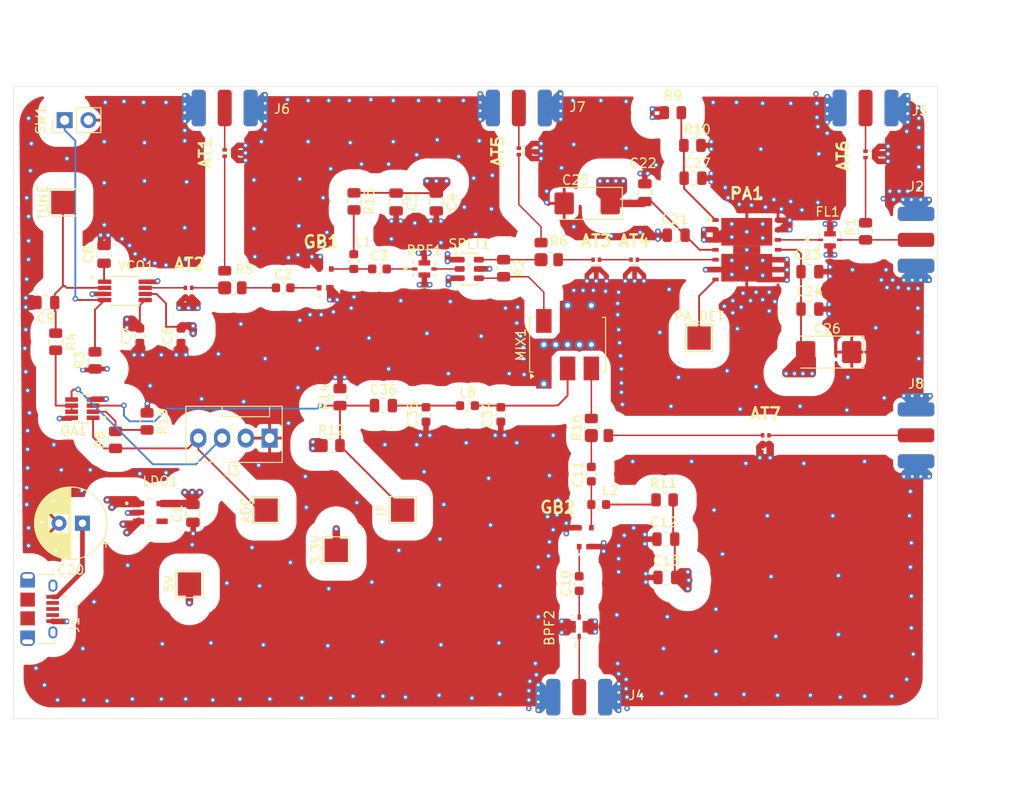
<source format=kicad_pcb>
(kicad_pcb (version 20240108) (generator "pcbnew") (generator_version "8.0")
  (layers (0 "F.Cu" signal) (1 "In1.Cu" signal) (2 "In2.Cu" signal) (31 "B.Cu" signal) (34 "B.Paste" user) (35 "F.Paste" user) (36 "B.SilkS" user "B.Silkscreen") (37 "F.SilkS" user "F.Silkscreen") (38 "B.Mask" user) (39 "F.Mask" user) (44 "Edge.Cuts" user))
  (net 0 "")
  (net 1 "Net-(AT1-RF_OUT)")
  (net 2 "Net-(AT1-RF_IN)")
  (net 3 "GND")
  (net 4 "Net-(AT2-RF_OUT)")
  (net 5 "Net-(AT3-RF_IN)")
  (net 6 "Net-(AT3-RF_OUT)")
  (net 7 "Net-(AT4-RF_OUT)")
  (net 8 "Net-(AT5-RF_OUT)")
  (net 9 "Net-(AT5-RF_IN)")
  (net 10 "Net-(AT6-RF_OUT)")
  (net 11 "Net-(AT6-RF_IN)")
  (net 12 "Net-(AT7-RF_IN)")
  (net 13 "Net-(AT7-RF_OUT)")
  (net 14 "Net-(BPF1-OUT)")
  (net 15 "Net-(BPF1-IN)")
  (net 16 "Net-(BPF2-OUT)")
  (net 17 "Net-(BPF2-IN)")
  (net 18 "+3.3V")
  (net 19 "Net-(R5-out1)")
  (net 20 "Net-(VCO1-BYP)")
  (net 21 "Net-(VCO1-TUNE)")
  (net 22 "Net-(MIX1-RF)")
  (net 23 "+5V")
  (net 24 "Net-(PA1-VREF)")
  (net 25 "Net-(MIX1-IF)")
  (net 26 "Net-(C35-Pad2)")
  (net 27 "Net-(OA1-IN1+)")
  (net 28 "Net-(FL1-INPUT)")
  (net 29 "Net-(FL1-OUTPUT)")
  (net 39 "Net-(J3-adc)")
  (net 40 "Net-(J3-dac)")
  (net 42 "Net-(MIX1-LO)")
  (net 43 "Net-(OA1-IN1-)")
  (net 44 "Net-(PA1-DET)")
  (net 45 "Net-(SW1-A)")
  (net 46 "Net-(GB1-IN)")
  (net 47 "Net-(GB1-OUT)")
  (net 48 "Net-(GB2-IN)")
  (net 49 "Net-(GB2-OUT)")
  (net 50 "Net-(R16-in)")
  (net 51 "Net-(L1-Pad1)")
  (net 52 "Net-(L2-Pad1)")
  (net 53 "Net-(OA1-IN2-)")
  (net 54 "Net-(AT2-RF_IN)")
  (net 55 "Net-(R6-in)")
  (footprint "Capacitor_Tantalum_SMD:CP_EIA-6032-15_Kemet-U" (layer "F.Cu") (at 136.4625 98.6 180)
    (property "Reference" "C26")
    (property "Value" "10u")
  )
  (footprint "RF_Mini-Circuits:Mini-Circuits_CD542_LandPatternPL-052" (layer "F.Cu") (at 108.54 97.809 90)
    (property "Reference" "MIX1")
    (property "Value" "ADE-3G+")
  )
  (footprint "Capacitor_SMD:C_0603_1608Metric" (layer "F.Cu") (at 62.8 96.85 90)
    (property "Reference" "C7")
    (property "Value" "220p")
  )
  (footprint "Capacitor_SMD:C_0805_2012Metric" (layer "F.Cu") (at 58.9718 88.15 90)
    (property "Reference" "C8")
    (property "Value" "0.1u")
  )
  (footprint "Connector:FanPinHeader_1x04_P2.54mm_Vertical" (layer "F.Cu") (at 76.6718 107.8 180)
    (property "Reference" "J3")
    (property "Value" "MCU conn")
  )
  (footprint "Inductor_SMD:L_0603_1608Metric" (layer "F.Cu") (at 111.8675 114.9 180)
    (property "Reference" "L2")
    (property "Value" "50n")
  )
  (footprint "my_footprints:sma_1.6mm" (layer "F.Cu") (at 109.78 140.5 180)
    (property "Reference" "J4")
    (property "Value" "EMPCB.SMAFSTJ.B.HT")
  )
  (footprint "Resistor_SMD:R_0805_2012Metric" (layer "F.Cu") (at 119.7875 73)
    (property "Reference" "R9")
    (property "Value" "62")
  )
  (footprint "Capacitor_SMD:C_0805_2012Metric" (layer "F.Cu") (at 68.4718 115.85 90)
    (property "Reference" "C1")
    (property "Value" "1u")
  )
  (footprint "TestPoint:TestPoint_Pad_2.5x2.5mm" (layer "F.Cu") (at 122.6 97.1 90)
    (property "Reference" "PA_DET")
    (property "Value" "PA_DET")
  )
  (footprint "Capacitor_SMD:C_0805_2012Metric" (layer "F.Cu") (at 134.45 94 180)
    (property "Reference" "C24")
    (property "Value" "1u")
  )
  (footprint "TestPoint:TestPoint_Pad_2.5x2.5mm" (layer "F.Cu") (at 68.1 123.4 90)
    (property "Reference" "5V")
    (property "Value" "5V")
  )
  (footprint "Resistor_SMD:R_0805_2012Metric" (layer "F.Cu") (at 58 99.4875 90)
    (property "Reference" "R3")
    (property "Value" "10k")
  )
  (footprint "my_footprints:EXB24AT6AR5X" (layer "F.Cu") (at 72.3588 77.313 90)
    (property "Reference" "AT1")
    (property "Value" "10dB" (hide yes))
  )
  (footprint "Capacitor_SMD:C_0805_2012Metric" (layer "F.Cu") (at 119.15 122.7 180)
    (property "Reference" "C13")
    (property "Value" "10n")
  )
  (footprint "Capacitor_SMD:C_0603_1608Metric" (layer "F.Cu") (at 88.4218 89.71)
    (property "Reference" "C3")
    (property "Value" "220p")
  )
  (footprint "my_footprints:DEA-4_2P0X1P25" (layer "F.Cu") (at 93.2287 89.71)
    (property "Reference" "BPF1")
    (property "Value" "DEA202450BT-1275A1")
  )
  (footprint "Resistor_SMD:R_0805_2012Metric" (layer "F.Cu") (at 85.7 82.4875 -90)
    (property "Reference" "R15")
    (property "Value" "16")
  )
  (footprint "my_footprints:EXB24AT6AR5X" (layer "F.Cu") (at 115.662 89.207)
    (property "Reference" "AT4")
    (property "Value" "10dB" (hide yes))
  )
  (footprint "Resistor_SMD:R_0805_2012Metric" (layer "F.Cu") (at 63.5718 106.0125 -90)
    (property "Reference" "R19")
    (property "Value" "DNI")
  )
  (footprint "TestPoint:TestPoint_Pad_2.5x2.5mm" (layer "F.Cu") (at 76.3 115.5 90)
    (property "Reference" "ADC")
    (property "Value" "ADC_INP")
  )
  (footprint "my_footprints:sma_1.6mm" (layer "F.Cu") (at 71.8718 67.5)
    (property "Reference" "J6")
    (property "Value" "EMPCB.SMAFSTJ.B.HT")
  )
  (footprint "Inductor_SMD:L_0603_1608Metric" (layer "F.Cu") (at 85.6718 88.9225 -90)
    (property "Reference" "L1")
    (property "Value" "50n")
  )
  (footprint "my_footprints:sma_1.6mm" (layer "F.Cu") (at 150.8 107.5 -90)
    (property "Reference" "J8")
    (property "Value" "DNI (sma)")
  )
  (footprint "my_footprints:2way_jumper" (layer "F.Cu") (at 72.7843 91.73)
    (property "Reference" "R5")
    (property "Value" "0")
  )
  (footprint "Resistor_SMD:R_0805_2012Metric" (layer "F.Cu") (at 140.4 85.6875 90)
    (property "Reference" "R1")
    (property "Value" "3k")
  )
  (footprint "my_footprints:2way_jumper" (layer "F.Cu") (at 106.6125 88.72)
    (property "Reference" "R6")
    (property "Value" "0")
  )
  (footprint "my_footprints:SOT65P280X110-8N(op_amp)" (layer "F.Cu") (at 56.65 104.65 180)
    (property "Reference" "OA1")
    (property "Value" "~")
  )
  (footprint "Resistor_SMD:R_0805_2012Metric" (layer "F.Cu") (at 60.2 107.9875 90)
    (property "Reference" "R8")
    (property "Value" "0")
  )
  (footprint "Resistor_SMD:R_0805_2012Metric" (layer "F.Cu") (at 53.8 97.4875 -90)
    (property "Reference" "R4")
    (property "Value" "1k")
  )
  (footprint "Capacitor_SMD:C_0805_2012Metric" (layer "F.Cu") (at 52.75 93.3 180)
    (property "Reference" "C9")
    (property "Value" "1000p")
  )
  (footprint "Filter:Filter_Mini-Circuits_FV1206-1" (layer "F.Cu") (at 98.025 89.71)
    (property "Reference" "SPLT1")
    (property "Value" "SCN-2-27+")
  )
  (footprint "Capacitor_Tantalum_SMD:CP_EIA-6032-15_Kemet-U" (layer "F.Cu") (at 110.6375 82.7 180)
    (property "Reference" "C25")
    (property "Value" "10u")
  )
  (footprint "Capacitor_SMD:C_0603_1608Metric" (layer "F.Cu") (at 109.78 123.35 90)
    (property "Reference" "C10")
    (property "Value" "220p")
  )
  (footprint "Capacitor_SMD:C_0805_2012Metric" (layer "F.Cu") (at 90.2 82.55 -90)
    (property "Reference" "C5")
    (property "Value" "10n")
  )
  (footprint "TestPoint:TestPoint_Pad_2.5x2.5mm" (layer "F.Cu") (at 83.8 119.8 90)
    (property "Reference" "3.3V")
    (property "Value" "3.3V")
  )
  (footprint "my_footprints:2way_jumper" (layer "F.Cu") (at 112.545 106.615 90)
    (property "Reference" "R16")
    (property "Value" "0")
  )
  (footprint "Capacitor_SMD:C_0805_2012Metric" (layer "F.Cu") (at 121.95 80 180)
    (property "Reference" "C27")
    (property "Value" "0.1u")
  )
  (footprint "Capacitor_THT:CP_Radial_D7.5mm_P2.50mm" (layer "F.Cu") (at 56.661395 116.9 180)
    (property "Reference" "C20")
    (property "Value" "470u")
  )
  (footprint "Resistor_SMD:R_0805_2012Metric" (layer "F.Cu") (at 121.8875 76.5 180)
    (property "Reference" "R10")
    (property "Value" "100")
  )
  (footprint "my_footprints:DEA-4_2P0X1P25" (layer "F.Cu") (at 109.78 127.9713 90)
    (property "Reference" "BPF2")
    (property "Value" "DEA202450BT-1275A1")
  )
  (footprint "my_footprints:SOT95P280X145-5N(ldo)" (layer "F.Cu") (at 63.9218 115.745)
    (property "Reference" "LDO1")
    (property "Value" "~")
  )
  (footprint "Capacitor_SMD:C_0805_2012Metric" (layer "F.Cu") (at 88.85 104.325)
    (property "Reference" "C36")
    (property "Value" "470n")
  )
  (footprint "my_footprints:GE0805C-3_MNC" (layer "F.Cu") (at 136.6 86.6 90)
    (property "Reference" "FL1")
    (property "Value" "BPGE-252R+")
  )
  (footprint "TestPoint:TestPoint_Pad_2.5x2.5mm" (layer "F.Cu") (at 54.5718 82.6 90)
    (property "Reference" "TUNE")
    (property "Value" "Tune")
  )
  (footprint "my_footprints:BGA616H6327XTSA1" (layer "F.Cu") (at 82.6218 90.72)
    (property "Reference" "GB1")
    (property "Value" "BGA616H6327XTSA1" (hide yes))
  )
  (footprint "Inductor_SMD:L_0603_1608Metric" (layer "F.Cu") (at 97.8375 104.325)
    (property "Reference" "L8")
    (property "Value" "19.3u")
  )
  (footprint "my_footprints:EXB24AT6AR5X" (layer "F.Cu") (at 103.813 77.138 90)
    (property "Reference" "AT5")
    (property "Value" "10dB" (hide yes))
  )
  (footprint "Resistor_SMD:R_0805_2012Metric" (layer "F.Cu") (at 83.2875 108.6)
    (property "Reference" "R12")
    (property "Value" "10k")
  )
  (footprint "my_footprints:sma_1.6mm" (layer "F.Cu") (at 103.326 67.5)
    (property "Reference" "J7")
    (property "Value" "DNI (sma)")
  )
  (footprint "Resistor_SMD:R_0805_2012Metric" (layer "F.Cu") (at 84.2 103.4125 90)
    (property "Reference" "R14")
    (property "Value" "10k")
  )
  (footprint "Capacitor_SMD:C_0805_2012Metric" (layer "F.Cu") (at 134.45 90 180)
    (property "Reference" "C23")
    (property "Value" "1n")
  )
  (footprint "my_footprints:sma_1.6mm" (layer "F.Cu") (at 140.4 67.5)
    (property "Reference" "J5")
    (property "Value" "EMPCB.SMAFSTJ.B.HT")
  )
  (footprint "my_footprints:EXB24AT6AR5X" (layer "F.Cu") (at 140.887 77.462 90)
    (property "Reference" "AT6")
    (property "Value" "6dB" (hide yes))
  )
  (footprint "TestPoint:TestPoint_Pad_2.5x2.5mm" (layer "F.Cu") (at 90.9 115.5 90)
    (property "Reference" "IF")
    (property "Value" "IF")
  )
  (footprint "Capacitor_SMD:C_0603_1608Metric" (layer "F.Cu") (at 101.4 105.275 90)
    (property "Reference" "C34")
    (property "Value" "5n")
  )
  (footprint "Resistor_SMD:R_0805_2012Metric" (layer "F.Cu") (at 118.9125 114.4 180)
    (property "Reference" "R11")
    (property "Value" "16")
  )
  (footprint "my_footprints:EXB24AT6AR5X" (layer "F.Cu") (at 111.606 89.207)
    (property "Reference" "AT3")
    (property "Value" "6dB" (hide yes))
  )
  (footprint "my_footprints:sma_1.6mm" (layer "F.Cu") (at 150.8 86.6 -90)
    (property "Reference" "J2")
    (property "Value" "EMPCB.SMAFSTJ.B.HT")
  )
  (footprint "Capacitor_SMD:C_0603_1608Metric" (layer "F.Cu") (at 78.1218 91.73)
    (property "Reference" "C2")
    (property "Value" "220p")
  )
  (footprint "Capacitor_SMD:C_0603_1608Metric" (layer "F.Cu") (at 93.4 105.275 90)
    (property "Reference" "C35")
    (property "Value" "5n")
  )
  (footprint "my_footprints:BGA616H6327XTSA1" (layer "F.Cu") (at 110.43 118.39)
    (property "Reference" "GB2")
    (property "Value" "BGA616H6327XTSA1" (hide yes))
  )
  (footprint "my_footprints:QPA9226TR13" (layer "F.Cu") (at 127.697 87.66)
    (property "Reference" "PA1")
    (property "Value" "QPA9226TR13" (hide yes))
  )
  (footprint "Capacitor_SMD:C_0603_1608Metric" (layer "F.Cu") (at 111.08 111.65 90)
    (property "Reference" "C11")
    (property "Value" "220p")
  )
  (footprint "Capacitor_SMD:C_0805_2012Metric" (layer "F.Cu") (at 94.5 82.55 -90)
    (property "Reference" "C4")
    (property "Value" "1u")
  )
  (footprint "Capacitor_SMD:C_0805_2012Metric" (layer "F.Cu") (at 119.05 118.6 180)
    (property "Reference" "C12")
    (property "Value" "1u")
  )
  (footprint "my_footprints:AMPHENOL_10118194-0001LF" (layer "F.Cu") (at 50.8 126.0718 -90)
    (property "Reference" "J1")
    (property "Value" "usb")
  )
  (footprint "Resistor_SMD:R_0805_2012Metric" (layer "F.Cu") (at 101.7 89.6325 -90)
    (property "Reference" "R2")
    (property "Value" "100")
  )
  (footprint "my_footprints:SOP65P490X110-8N" (layer "F.Cu") (at 61.2068 92.055)
    (property "Reference" "VCO1")
    (property "Value" "MAX2750AUA_")
  )
  (footprint "my_footprints:EXB24AT6AR5X" (layer "F.Cu") (at 68.0098 92.217)
    (property "Reference" "AT2")
    (property "Value" "1dB" (hide yes))
  )
  (footprint "Connector_PinHeader_2.54mm:PinHeader_1x02_P2.54mm_Vertical" (layer "F.Cu") (at 54.76 73.8 90)
    (property "Reference" "SW1")
    (property "Value" "TX_EN")
  )
  (footprint "Capacitor_SMD:C_0603_1608Metric" (layer "F.Cu") (at 67.2 96.85 90)
    (property "Reference" "C6")
    (property "Value" "220p")
  )
  (footprint "my_footprints:EXB24AT6AR5X" (layer "F.Cu") (at 129.738 107.987)
    (property "Reference" "AT7")
    (property "Value" "10dB" (hide yes))
  )
  (footprint "Capacitor_SMD:C_0805_2012Metric" (layer "F.Cu") (at 120.15 86.1 180)
    (property "Reference" "C21")
    (property "Value" "1n")
  )
  (footprint "Capacitor_SMD:C_0805_2012Metric" (layer "F.Cu") (at 116.8 81.55 90)
    (property "Reference" "C22")
    (property "Value" "1u")
  )
  (gr_rect (start 49.3 70.2) (end 148.1 137.8) (stroke (width 0.05)) (fill none) (layer "Edge.Cuts"))
  (segment (start 71.8718 76.975) (end 71.8718 72.5) (width 0.1565) (layer "F.Cu") (net 1))
  (segment (start 71.8718 89.905) (end 71.8718 77.651) (width 0.1565) (layer "F.Cu") (net 2))
  (segment (start 147.2 90.775) (end 146.4125 89.9875) (width 0.6) (layer "F.Cu") (net 3))
  (segment (start 114 134.1) (end 114 135.4) (width 0.6) (layer "F.Cu") (net 3))
  (segment (start 144.9 71.2) (end 144.9 71.5) (width 0.6) (layer "F.Cu") (net 3))
  (segment (start 96 90.7) (end 95.8 90.9) (width 0.6) (layer "F.Cu") (net 3))
  (segment (start 92.7 91.4) (end 93.2 91.4) (width 0.6) (layer "F.Cu") (net 3))
  (segment (start 63.1 98.9) (end 62.45 98.25) (width 0.6) (layer "F.Cu") (net 3))
  (segment (start 69 93.9) (end 69 93.3562) (width 0.6) (layer "F.Cu") (net 3))
  (segment (start 76.2 73) (end 76.2 72.7) (width 0.6) (layer "F.Cu") (net 3))
  (segment (start 106.101 72.5) (end 106.8 72.5) (width 0.6) (layer "F.Cu") (net 3))
  (segment (start 67.7968 71.2) (end 69.0968 72.5) (width 0.6) (layer "F.Cu") (net 3))
  (segment (start 93.2287 88.0287) (end 93.2 88) (width 0.6) (layer "F.Cu") (net 3))
  (segment (start 64.7 91) (end 64.655 91.045) (width 0.6) (layer "F.Cu") (net 3))
  (segment (start 136.5 93.5) (end 136.5 94) (width 0.6) (layer "F.Cu") (net 3))
  (segment (start 69 93.3562) (end 68.3478 92.704) (width 0.6) (layer "F.Cu") (net 3))
  (segment (start 145.3 82.3) (end 145.3 83.325) (width 0.6) (layer "F.Cu") (net 3))
  (segment (start 81.2 88.4) (end 81.6 88.4) (width 0.6) (layer "F.Cu") (net 3))
  (segment (start 144.5 90.9) (end 145.8 90.9) (width 0.6) (layer "F.Cu") (net 3))
  (segment (start 107.5 72.5) (end 107.8 72.2) (width 0.6) (layer "F.Cu") (net 3))
  (segment (start 144.9 74) (end 144.575 74) (width 0.6) (layer "F.Cu") (net 3))
  (segment (start 141.774 78.2) (end 141.374 77.8) (width 0.6) (layer "F.Cu") (net 3))
  (segment (start 76.2 72.7) (end 75.5 72) (width 0.6) (layer "F.Cu") (net 3))
  (segment (start 93.4 107.4) (end 93.3 107.5) (width 0.6) (layer "F.Cu") (net 3))
  (segment (start 67 93.9) (end 69 93.9) (width 0.6) (layer "F.Cu") (net 3))
  (segment (start 83.7459 92.3541) (end 83.1218 91.73) (width 0.6) (layer "F.Cu") (net 3))
  (segment (start 105.4 136.9) (end 105.4 136.4) (width 0.6) (layer "F.Cu") (net 3))
  (segment (start 76.2 73) (end 75.4 73) (width 0.6) (layer "F.Cu") (net 3))
  (segment (start 67.7 98.9) (end 67.7 98.3) (width 0.6) (layer "F.Cu") (net 3))
  (segment (start 136.1 84.9) (end 136.5 84.9) (width 0.6) (layer "F.Cu") (net 3))
  (segment (start 93.2287 90.3577) (end 93.2287 91.3713) (width 0.6) (layer "F.Cu") (net 3))
  (segment (start 93.2 91.4) (end 93.8 91.4) (width 0.6) (layer "F.Cu") (net 3))
  (segment (start 100.551 72.5) (end 99.4 72.5) (width 0.6) (layer "F.Cu") (net 3))
  (segment (start 108.4 117.4) (end 108.4 118) (width 0.6) (layer "F.Cu") (net 3))
  (segment (start 145.7375 104.5375) (end 145.7375 103.4375) (width 0.6) (layer "F.Cu") (net 3))
  (segment (start 67.7 98.9) (end 66.7 98.9) (width 0.6) (layer "F.Cu") (net 3))
  (segment (start 116.8 80.6) (end 116.8 79.6) (width 0.6) (layer "F.Cu") (net 3))
  (segment (start 136.6 89.5) (end 136.6 90) (width 0.6) (layer "F.Cu") (net 3))
  (segment (start 112.7 90.45) (end 111.944 89.694) (width 0.5) (layer "F.Cu") (net 3))
  (segment (start 101.3 107.5) (end 101.8 107.5) (width 0.6) (layer "F.Cu") (net 3))
  (segment (start 147.3 103.275) (end 147.3 103.3) (width 0.6) (layer "F.Cu") (net 3))
  (segment (start 114 135.4) (end 114 136.9) (width 0.6) (layer "F.Cu") (net 3))
  (segment (start 136.2 88.2) (end 136.6 88.2) (width 0.6) (layer "F.Cu") (net 3))
  (segment (start 107.8 71.8) (end 107.5 71.8) (width 0.6) (layer "F.Cu") (net 3))
  (segment (start 143.175 72.6) (end 143.3875 72.3875) (width 0.6) (layer "F.Cu") (net 3))
  (segment (start 95.88 88.72) (end 95.7 88.9) (width 0.6) (layer "F.Cu") (net 3))
  (segment (start 137.225 72.2) (end 137.625 72.6) (width 0.6) (layer "F.Cu") (net 3))
  (segment (start 114 135) (end 113.055 135) (width 0.6) (layer "F.Cu") (net 3))
  (segment (start 75.1468 73) (end 74.6468 72.5) (width 0.6) (layer "F.Cu") (net 3))
  (segment (start 57.72 92.38) (end 57.7 92.4) (width 0.5) (layer "F.Cu") (net 3))
  (segment (start 74.1 76.5) (end 74.1 78.1) (width 0.6) (layer "F.Cu") (net 3))
  (segment (start 142.8 76.6) (end 142.8 78.2) (width 0.6) (layer "F.Cu") (net 3))
  (segment (start 59.4 86.7718) (end 58.9718 87.2) (width 0.6) (layer "F.Cu") (net 3))
  (segment (start 119.2 86.1) (end 118.6 86.1) (width 0.6) (layer "F.Cu") (net 3))
  (segment (start 116.8 118.1) (end 116.8 118.6) (width 0.6) (layer "F.Cu") (net 3))
  (segment (start 135.4 90) (end 136.6 90) (width 0.6) (layer "F.Cu") (net 3))
  (segment (start 89.7 84.6) (end 90.1 84.6) (width 0.6) (layer "F.Cu") (net 3))
  (segment (start 124.36 85.54) (end 124.36 86.6) (width 0.6) (layer "F.Cu") (net 3))
  (segment (start 82.1 89.5818) (end 81.9718 89.71) (width 0.6) (layer "F.Cu") (net 3))
  (segment (start 105.4 134.7) (end 105.4 134.2) (width 0.6) (layer "F.Cu") (net 3))
  (segment (start 144.575 74) (end 143.8375 73.2625) (width 0.6) (layer "F.Cu") (net 3))
  (segment (start 90.1 84.6) (end 90.7 84.6) (width 0.6) (layer "F.Cu") (net 3))
  (segment (start 66.7 98.3) (end 67.2 97.8) (width 0.6) (layer "F.Cu") (net 3))
  (segment (start 116.8 79.6) (end 116.9 79.5) (width 0.6) (layer "F.Cu") (net 3))
  (segment (start 62.2 98.4) (end 62.45 98.15) (width 0.6) (layer "F.Cu") (net 3))
  (segment (start 136.3 71.3) (end 136.325 71.3) (width 0.6) (layer "F.Cu") (net 3))
  (segment (start 128.955 90.84) (end 127.7075 89.5925) (width 0.6) (layer "F.Cu") (net 3))
  (segment (start 144.5 90.675) (end 145.8 89.375) (width 0.6) (layer "F.Cu") (net 3))
  (segment (start 116.9 79.5) (end 117.1 79.5) (width 0.6) (layer "F.Cu") (net 3))
  (segment (start 93.9 84.6) (end 94.4 84.6) (width 0.6) (layer "F.Cu") (net 3))
  (segment (start 144.4 82.425) (end 145.8 83.825) (width 0.6) (layer "F.Cu") (net 3))
  (segment (start 50.6 92.8) (end 51.45 93.65) (width 0.6) (layer "F.Cu") (net 3))
  (segment (start 130.2 108.598) (end 130.076 108.474) (width 0.8) (layer "F.Cu") (net 3))
  (segment (start 83.9 93) (end 83.9 92.5082) (width 0.6) (layer "F.Cu") (net 3))
  (segment (start 97 90.7) (end 96 90.7) (width 0.6) (layer "F.Cu") (net 3))
  (segment (start 112.7 91) (end 112.7 90.45) (width 0.5) (layer "F.Cu") (net 3))
  (segment (start 123.32 89.78) (end 123.3 89.8) (width 0.6) (layer "F.Cu") (net 3))
  (segment (start 131.054 84.5) (end 131.034 84.48) (width 0.6) (layer "F.Cu") (net 3))
  (segment (start 93.3 107.5) (end 93.8 107.5) (width 0.6) (layer "F.Cu") (net 3))
  (segment (start 145.7375 103.4375) (end 145.9 103.275) (width 0.6) (layer "F.Cu") (net 3))
  (segment (start 81.2 88.4) (end 81.2718 88.4) (width 0.6) (layer "F.Cu") (net 3))
  (segment (start 109.1323 127.9713) (end 107.9713 127.9713) (width 0.6) (layer "F.Cu") (net 3))
  (segment (start 67.55 98.15) (end 67.2 97.8) (width 0.6) (layer "F.Cu") (net 3))
  (segment (start 136.6 85.9547) (end 136.6 85.4) (width 0.6) (layer "F.Cu") (net 3))
  (segment (start 74.2 107.7318) (end 74.1318 107.8) (width 0.6) (layer "F.Cu") (net 3))
  (segment (start 145.9 103.475) (end 146.1 103.275) (width 0.6) (layer "F.Cu") (net 3))
  (segment (start 74.1 77.3) (end 73.1968 77.3) (width 0.6) (layer "F.Cu") (net 3))
  (segment (start 146.4 104.2) (end 145.9 104.7) (width 0.6) (layer "F.Cu") (net 3))
  (segment (start 127.499 89.78) (end 127.697 89.582) (width 0.6) (layer "F.Cu") (net 3))
  (segment (start 105.7 76.3) (end 105.7 77.9) (width 0.6) (layer "F.Cu") (net 3))
  (segment (start 145.4 111.9) (end 145.4 111.3) (width 0.6) (layer "F.Cu") (net 3))
  (segment (start 76.2 73.9) (end 76.0468 73.9) (width 0.6) (layer "F.Cu") (net 3))
  (segment (start 114.7 91) (end 114.7 90.318) (width 0.5) (layer "F.Cu") (net 3))
  (segment (start 126.834 86.6) (end 127.697 85.737) (width 0.6) (layer "F.Cu") (net 3))
  (segment (start 124.36 89.78) (end 123.32 89.78) (width 0.6) (layer "F.Cu") (net 3))
  (segment (start 92.6 88) (end 93.2 88) (width 0.6) (layer "F.Cu") (net 3))
  (segment (start 68.3 93.2) (end 68 93.2) (width 0.6) (layer "F.Cu") (net 3))
  (segment (start 107.8 70.9) (end 107.8 72.2) (width 0.6) (layer "F.Cu") (net 3))
  (segment (start 147.2 82.425) (end 145.8 83.825) (width 0.6) (layer "F.Cu") (net 3))
  (segment (start 90.2 83.5) (end 90.2 84.5) (width 0.6) (layer "F.Cu") (net 3))
  (segment (start 144.4 82.3) (end 144.4 82.425) (width 0.6) (layer "F.Cu") (net 3))
  (segment (start 145.8 83.825) (end 145.8 82.3) (width 0.6) (layer "F.Cu") (net 3))
  (segment (start 144.9 73.1) (end 144 73.1) (width 0.6) (layer "F.Cu") (net 3))
  (segment (start 132.3 85.5) (end 131.4 85.5) (width 0.6) (layer "F.Cu") (net 3))
  (segment (start 108.561 127.4) (end 109.1323 127.9713) (width 0.6) (layer "F.Cu") (net 3))
  (segment (start 105.7 76.3) (end 104.8 76.3) (width 0.6) (layer "F.Cu") (net 3))
  (segment (start 63.6 104.1) (end 63.6 105.0718) (width 0.6) (layer "F.Cu") (net 3))
  (segment (start 122.9 80) (end 123.9 80) (width 0.6) (layer "F.Cu") (net 3))
  (segment (start 50.6 93.8) (end 50.6 92.8) (width 0.6) (layer "F.Cu") (net 3))
  (segment (start 84.4 101.3) (end 84.7 101.3) (width 0.6) (layer "F.Cu") (net 3))
  (segment (start 146.3 110.775) (end 145.8 110.275) (width 0.6) (layer "F.Cu") (net 3))
  (segment (start 83.1 91.7518) (end 83.1218 91.73) (width 0.6) (layer "F.Cu") (net 3))
  (segment (start 51.45 93.65) (end 51.8 93.3) (width 0.6) (layer "F.Cu") (net 3))
  (segment (start 113.9 135.5) (end 114 135.4) (width 0.6) (layer "F.Cu") (net 3))
  (segment (start 107.9 127.9) (end 107.9 128.6) (width 0.6) (layer "F.Cu") (net 3))
  (segment (start 100.2 89.7) (end 99.06 89.7) (width 0.6) (layer "F.Cu") (net 3))
  (segment (start 67 93.9) (end 67.3 93.9) (width 0.6) (layer "F.Cu") (net 3))
  (segment (start 107.9 127.4) (end 107.9 127.9) (width 0.6) (layer "F.Cu") (net 3))
  (segment (start 114 134.1) (end 113.955 134.1) (width 0.6) (layer "F.Cu") (net 3))
  (segment (start 61.5 115.8) (end 62.6118 115.8) (width 0.6) (layer "F.Cu") (net 3))
  (segment (start 130.2 109.9) (end 129.1 109.9) (width 0.8) (layer "F.Cu") (net 3))
  (segment (start 146.3 90.9) (end 146.3 90.1) (width 0.6) (layer "F.Cu") (net 3))
  (segment (start 113.955 136.9) (end 112.555 135.5) (width 0.6) (layer "F.Cu") (net 3))
  (segment (start 145.8 89.375) (end 145.8 90.9) (width 0.6) (layer "F.Cu") (net 3))
  (segment (start 110.9564 128.5) (end 110.4277 127.9713) (width 0.6) (layer "F.Cu") (net 3))
  (segment (start 116.7 91) (end 116.7 90.394) (width 0.5) (layer "F.Cu") (net 3))
  (segment (start 137.625 72.6) (end 136.3 72.6) (width 0.6) (layer "F.Cu") (net 3))
  (segment (start 142.8 76.6) (end 141.898 76.6) (width 0.6) (layer "F.Cu") (net 3))
  (segment (start 73.2948 78.1) (end 72.8458 77.651) (width 0.6) (layer "F.Cu") (net 3))
  (segment (start 123.1 86.6) (end 124.36 86.6) (width 0.6) (layer "F.Cu") (net 3))
  (segment (start 108.5036 128.6) (end 109.1323 127.9713) (width 0.6) (layer "F.Cu") (net 3))
  (segment (start 93.2287 89.0623) (end 93.2287 88.0287) (width 0.6) (layer "F.Cu") (net 3))
  (segment (start 68.6968 72.1) (end 69.0968 72.5) (width 0.6) (layer "F.Cu") (net 3))
  (segment (start 111.268 89.694) (end 111.944 89.694) (width 0.5) (layer "F.Cu") (net 3))
  (segment (start 75.4 73) (end 75.1468 73) (width 0.6) (layer "F.Cu") (net 3))
  (segment (start 107.8 72.2) (end 107.8 73) (width 0.6) (layer "F.Cu") (net 3))
  (segment (start 143.175 72.6) (end 144.4 72.6) (width 0.6) (layer "F.Cu") (net 3))
  (segment (start 99.4 72.5) (end 99.2 72.3) (width 0.6) (layer "F.Cu") (net 3))
  (segment (start 147.2 111.675) (end 145.8 110.275) (width 0.6) (layer "F.Cu") (net 3))
  (segment (start 83.1 93) (end 83.7459 92.3541) (width 0.6) (layer "F.Cu") (net 3))
  (segment (start 110.6 91) (end 110.6 90.362) (width 0.5) (layer "F.Cu") (net 3))
  (segment (start 124.8 86.1) (end 125.163 85.737) (width 0.6) (layer "F.Cu") (net 3))
  (segment (start 144.9 73.5) (end 144.9 74) (width 0.6) (layer "F.Cu") (net 3))
  (segment (start 146.1 103.275) (end 147.3 103.275) (width 0.6) (layer "F.Cu") (net 3))
  (segment (start 62.2 98.9) (end 63.1 98.9) (width 0.6) (layer "F.Cu") (net 3))
  (segment (start 74.9234 72.2234) (end 75.2766 72.2234) (width 0.6) (layer "F.Cu") (net 3))
  (segment (start 131.034 89.78) (end 131.98 89.78) (width 0.6) (layer "F.Cu") (net 3))
  (segment (start 99.2 71.9) (end 99.951 71.9) (width 0.6) (layer "F.Cu") (net 3))
  (segment (start 68.2 72) (end 68.5968 72) (width 0.6) (layer "F.Cu") (net 3))
  (segment (start 144.4 72.6) (end 144.9 72.1) (width 0.6) (layer "F.Cu") (net 3))
  (segment (start 145.4 89.775) (end 145.8 89.375) (width 0.6) (layer "F.Cu") (net 3))
  (segment (start 68 93.0322) (end 67.6718 92.704) (width 0.6) (layer "F.Cu") (net 3))
  (segment (start 110.93 119.4) (end 112.4 119.4) (width 0.6) (layer "F.Cu") (net 3))
  (segment (start 83.9 92.5082) (end 83.7459 92.3541) (width 0.6) (layer "F.Cu") (net 3))
  (segment (start 59.0418 92.38) (end 57.72 92.38) (width 0.5) (layer "F.Cu") (net 3))
  (segment (start 110.999 127.4) (end 110.4277 127.9713) (width 0.6) (layer "F.Cu") (net 3))
  (segment (start 113.955 134.1) (end 112.555 135.5) (width 0.6) (layer "F.Cu") (net 3))
  (segment (start 105.6 77.2) (end 104.3 77.2) (width 0.6) (layer "F.Cu") (net 3))
  (segment (start 145.8 110.275) (end 145.8 111.9) (width 0.6) (layer "F.Cu") (net 3))
  (segment (start 82.1 88.4) (end 82.1 89.5818) (width 0.6) (layer "F.Cu") (net 3))
  (segment (start 105.5 135.5) (end 105.4 135.6) (width 0.6) (layer "F.Cu") (net 3))
  (segment (start 136.6 88.2) (end 137.1 88.2) (width 0.6) (layer "F.Cu") (net 3))
  (segment (start 51.3 92.8) (end 51.8 93.3) (width 0.6) (layer "F.Cu") (net 3))
  (segment (start 76.0468 71.1) (end 74.6468 72.5) (width 0.6) (layer "F.Cu") (net 3))
  (segment (start 123.9 79.5) (end 123.9 80) (width 0.6) (layer "F.Cu") (net 3))
  (segment (start 92.8 107.5) (end 93.3 107.5) (width 0.6) (layer "F.Cu") (net 3))
  (segment (start 115.324 89.694) (end 115.7 89.694) (width 0.5) (layer "F.Cu") (net 3))
  (segment (start 136.6 85.4) (end 136.7 85.3) (width 0.6) (layer "F.Cu") (net 3))
  (segment (start 81.2718 88.4) (end 81.9718 89.1) (width 0.6) (layer "F.Cu") (net 3))
  (segment (start 146.4125 89.9875) (end 145.8 89.375) (width 0.6) (layer "F.Cu") (net 3))
  (segment (start 145.3 83.325) (end 145.8 83.825) (width 0.6) (layer "F.Cu") (net 3))
  (segment (start 99.951 71.9) (end 100.551 72.5) (width 0.6) (layer "F.Cu") (net 3))
  (segment (start 67.7 98.3) (end 67.55 98.15) (width 0.6) (layer "F.Cu") (net 3))
  (segment (start 68 93.2) (end 68 93.0322) (width 0.6) (layer "F.Cu") (net 3))
  (segment (start 143.175 72.6) (end 144.075 73.5) (width 0.6) (layer "F.Cu") (net 3))
  (segment (start 116.7 90.394) (end 116 89.694) (width 0.5) (layer "F.Cu") (net 3))
  (segment (start 118.2 85.7) (end 118.2 86.5) (width 0.6) (layer "F.Cu") (net 3))
  (segment (start 136.3 71.3) (end 136.3 72.6) (width 0.6) (layer "F.Cu") (net 3))
  (segment (start 123.1 85.5) (end 123.1 86.6) (width 0.6) (layer "F.Cu") (net 3))
  (segment (start 107.005 135.5) (end 106.105 136.4) (width 0.6) (layer "F.Cu") (net 3))
  (segment (start 101.4 107.4) (end 101.3 107.5) (width 0.6) (layer "F.Cu") (net 3))
  (segment (start 132.3 84.5) (end 131.054 84.5) (width 0.6) (layer "F.Cu") (net 3))
  (segment (start 136.5 94) (end 136.5 94.5) (width 0.6) (layer "F.Cu") (net 3))
  (segment (start 127.895 89.78) (end 127.697 89.582) (width 0.6) (layer "F.Cu") (net 3))
  (segment (start 95.8 90.6) (end 95.8 90.9) (width 0.6) (layer "F.Cu") (net 3))
  (segment (start 144.5 111.9) (end 144.8 111.9) (width 0.6) (layer "F.Cu") (net 3))
  (segment (start 142.8 77.4) (end 141.65 77.4) (width 0.6) (layer "F.Cu") (net 3))
  (segment (start 67 93.3758) (end 67.6718 92.704) (width 0.6) (layer "F.Cu") (net 3))
  (segment (start 108.42 117.38) (end 108.4 117.4) (width 0.6) (layer "F.Cu") (net 3))
  (segment (start 100.8 107.5) (end 101.3 107.5) (width 0.6) (layer "F.Cu") (net 3))
  (segment (start 67.6 71.2) (end 67.7968 71.2) (width 0.6) (layer "F.Cu") (net 3))
  (segment (start 136.3 72.2) (end 137.225 72.2) (width 0.6) (layer "F.Cu") (net 3))
  (segment (start 118.1 118.6) (end 116.8 118.6) (width 0.6) (layer "F.Cu") (net 3))
  (segment (start 68.5968 73) (end 69.0968 72.5) (width 0.6) (layer "F.Cu") (net 3))
  (segment (start 63.1 98.1) (end 62.8 97.8) (width 0.6) (layer "F.Cu") (net 3))
  (segment (start 124.36 85.54) (end 124.36 85.66) (width 0.6) (layer "F.Cu") (net 3))
  (segment (start 145.4 103.275) (end 145.4 104.2) (width 0.6) (layer "F.Cu") (net 3))
  (segment (start 145.8 111.9) (end 147.2 111.9) (width 0.6) (layer "F.Cu") (net 3))
  (segment (start 105.4 136.4) (end 105.4 135.6) (width 0.6) (layer "F.Cu") (net 3))
  (segment (start 115.7 89.694) (end 116 89.694) (width 0.5) (layer "F.Cu") (net 3))
  (segment (start 131.034 88.72) (end 131.98 88.72) (width 0.6) (layer "F.Cu") (net 3))
  (segment (start 83.7 101.3) (end 84.4 101.3) (width 0.6) (layer "F.Cu") (net 3))
  (segment (start 132.3 84.5) (end 131.4 85.4) (width 0.6) (layer "F.Cu") (net 3))
  (segment (start 136.325 71.3) (end 137.625 72.6) (width 0.6) (layer "F.Cu") (net 3))
  (segment (start 136.6 90) (end 136.6 90.5) (width 0.6) (layer "F.Cu") (net 3))
  (segment (start 110.6 91) (end 111.6 91) (width 0.5) (layer "F.Cu") (net 3))
  (segment (start 105.7 77.1) (end 105.6 77.2) (width 0.6) (layer "F.Cu") (net 3))
  (segment (start 66.7 98.9) (end 67.45 98.15) (width 0.6) (layer "F.Cu") (net 3))
  (segment (start 63.6 105.0718) (end 63.5718 105.1) (width 0.6) (layer "F.Cu") (net 3))
  (segment (start 66.7 98.9) (end 66.7 98.3) (width 0.6) (layer "F.Cu") (net 3))
  (segment (start 67.6 72) (end 68.2 72) (width 0.6) (layer "F.Cu") (net 3))
  (segment (start 104.3 76.8) (end 104.3 77.2) (width 0.6) (layer "F.Cu") (net 3))
  (segment (start 83.1 93) (end 83.9 93) (width 0.6) (layer "F.Cu") (net 3))
  (segment (start 137.125 73.1) (end 137.625 72.6) (width 0.6) (layer "F.Cu") (net 3))
  (segment (start 94.4 84.6) (end 95 84.6) (width 0.6) (layer "F.Cu") (net 3))
  (segment (start 144.5 103.275) (end 145.9 103.275) (width 0.6) (layer "F.Cu") (net 3))
  (segment (start 76.0468 73.9) (end 74.6468 72.5) (width 0.6) (layer "F.Cu") (net 3))
  (segment (start 114 136) (end 113.055 136) (width 0.6) (layer "F.Cu") (net 3))
  (segment (start 123.9 76.5) (end 123.9 76.9) (width 0.6) (layer "F.Cu") (net 3))
  (segment (start 107.005 135.5) (end 105.5 135.5) (width 0.6) (layer "F.Cu") (net 3))
  (segment (start 111.5 128) (end 111.5 128.5) (width 0.6) (layer "F.Cu") (net 3))
  (segment (start 69 93.9) (end 68.3 93.2) (width 0.6) (layer "F.Cu") (net 3))
  (segment (start 107.8 73) (end 106.601 73) (width 0.6) (layer "F.Cu") (net 3))
  (segment (start 62.45 98.25) (end 62.45 98.15) (width 0.6) (layer "F.Cu") (net 3))
  (segment (start 131.074 85.5) (end 131.034 85.54) (width 0.6) (layer "F.Cu") (net 3))
  (segment (start 68.5968 72) (end 69.0968 72.5) (width 0.6) (layer "F.Cu") (net 3))
  (segment (start 111.5 128.5) (end 110.9564 128.5) (width 0.6) (layer "F.Cu") (net 3))
  (segment (start 122.8 76.5) (end 123.9 76.5) (width 0.6) (layer "F.Cu") (net 3))
  (segment (start 111.6 90.026) (end 111.268 89.694) (width 0.5) (layer "F.Cu") (net 3))
  (segment (start 106.105 136.4) (end 105.4 136.4) (width 0.6) (layer "F.Cu") (net 3))
  (segment (start 55 127.4) (end 53.5032 127.4) (width 0.6) (layer "F.Cu") (net 3))
  (segment (start 145.8 82.3) (end 147.2 82.3) (width 0.6) (layer "F.Cu") (net 3))
  (segment (start 81.9718 89.71) (end 81.9718 89.1) (width 0.6) (layer "F.Cu") (net 3))
  (segment (start 112.4 119.4) (end 112.4 119.9) (width 0.6) (layer "F.Cu") (net 3))
  (segment (start 105.4 135.1) (end 106.605 135.1) (width 0.6) (layer "F.Cu") (net 3))
  (segment (start 84.2 101.5) (end 84.4 101.3) (width 0.6) (layer "F.Cu") (net 3))
  (segment (start 107.8 73) (end 107.8 73.7) (width 0.6) (layer "F.Cu") (net 3))
  (segment (start 136.3 73.925) (end 137.625 72.6) (width 0.6) (layer "F.Cu") (net 3))
  (segment (start 116.9 122.7) (end 116.9 123.2) (width 0.6) (layer "F.Cu") (net 3))
  (segment (start 62.45 98.15) (end 62.8 97.8) (width 0.6) (layer "F.Cu") (net 3))
  (segment (start 90.2 84.5) (end 90.1 84.6) (width 0.6) (layer "F.Cu") (net 3))
  (segment (start 123.9 80) (end 123.9 80.4) (width 0.6) (layer "F.Cu") (net 3))
  (segment (start 105.705 134.2) (end 107.005 135.5) (width 0.6) (layer "F.Cu") (net 3))
  (segment (start 67.6 73.9) (end 67.6968 73.9) (width 0.6) (layer "F.Cu") (net 3))
  (segment (start 76.2 72) (end 75.4 72.8) (width 0.6) (layer "F.Cu") (net 3))
  (segment (start 67.6 73) (end 68.2 72.4) (width 0.6) (layer "F.Cu") (net 3))
  (segment (start 147.3 103.3) (end 145.9 104.7) (width 0.6) (layer "F.Cu") (net 3))
  (segment (start 99.2 73.7) (end 99.351 73.7) (width 0.6) (layer "F.Cu") (net 3))
  (segment (start 144 73.1) (end 143.8375 73.2625) (width 0.6) (layer "F.Cu") (net 3))
  (segment (start 131.034 90.84) (end 131.94 90.84) (width 0.6) (layer "F.Cu") (net 3))
  (segment (start 68 93.9) (end 68 93.2) (width 0.6) (layer "F.Cu") (net 3))
  (segment (start 136.3 73.1) (end 137.125 73.1) (width 0.6) (layer "F.Cu") (net 3))
  (segment (start 63.3718 91.08) (end 64.62 91.08) (width 0.5) (layer "F.Cu") (net 3))
  (segment (start 118.6 86.1) (end 118.2 86.5) (width 0.6) (layer "F.Cu") (net 3))
  (segment (start 110.4277 127.9713) (end 111.4713 127.9713) (width 0.6) (layer "F.Cu") (net 3))
  (segment (start 99.2 72.8) (end 100.251 72.8) (width 0.6) (layer "F.Cu") (net 3))
  (segment (start 143.8375 73.2625) (end 143.175 72.6) (width 0.6) (layer "F.Cu") (net 3))
  (segment (start 146.4 103.275) (end 146.4 104.2) (width 0.6) (layer "F.Cu") (net 3))
  (segment (start 76.7 107.8282) (end 76.6718 107.8) (width 0.6) (layer "F.Cu") (net 3))
  (segment (start 110.6 90.362) (end 111.268 89.694) (width 0.5) (layer "F.Cu") (net 3))
  (segment (start 93.2287 91.3713) (end 93.2 91.4) (width 0.6) (layer "F.Cu") (net 3))
  (segment (start 81.9718 89.1) (end 81.9718 88.7718) (width 0.6) (layer "F.Cu") (net 3))
  (segment (start 108.4 116.9) (end 108.4 117.4) (width 0.6) (layer "F.Cu") (net 3))
  (segment (start 59.4 86.1) (end 59.4 86.7718) (width 0.6) (layer "F.Cu") (net 3))
  (segment (start 144.5 111.9) (end 144.5 111.575) (width 0.6) (layer "F.Cu") (net 3))
  (segment (start 68.2 72.4) (end 68.2 72) (width 0.6) (layer "F.Cu") (net 3))
  (segment (start 99.2 72.3) (end 99.2 73.7) (width 0.6) (layer "F.Cu") (net 3))
  (segment (start 58.6 86.8282) (end 58.9718 87.2) (width 0.6) (layer "F.Cu") (net 3))
  (segment (start 131.4 85.5) (end 131.074 85.5) (width 0.6) (layer "F.Cu") (net 3))
  (segment (start 51.3 93.8) (end 51.45 93.65) (width 0.6) (layer "F.Cu") (net 3))
  (segment (start 144.575 71.2) (end 143.175 72.6) (width 0.6) (layer "F.Cu") (net 3))
  (segment (start 146.3 111.9) (end 146.3 110.775) (width 0.6) (layer "F.Cu") (net 3))
  (segment (start 116.3 79.5) (end 116.9 79.5) (width 0.6) (layer "F.Cu") (net 3))
  (segment (start 111.4713 127.9713) (end 111.5 128) (width 0.6) (layer "F.Cu") (net 3))
  (segment (start 145.4 104.2) (end 145.9 104.7) (width 0.6) (layer "F.Cu") (net 3))
  (segment (start 107.005 135.5) (end 106.205 134.7) (width 0.6) (layer "F.Cu") (net 3))
  (segment (start 59.165 103.635) (end 57.8 103.635) (width 0.6) (layer "F.Cu") (net 3))
  (segment (start 123.1 85.5) (end 124.32 85.5) (width 0.6) (layer "F.Cu") (net 3))
  (segment (start 99.06 89.7) (end 99.05 89.71) (width 0.6) (layer "F.Cu") (net 3))
  (segment (start 113.055 135) (end 112.555 135.5) (width 0.6) (layer "F.Cu") (net 3))
  (segment (start 106.605 135.1) (end 107.005 135.5) (width 0.6) (layer "F.Cu") (net 3))
  (segment (start 146.3 83.325) (end 145.8 83.825) (width 0.6) (layer "F.Cu") (net 3))
  (segment (start 115.7 91) (end 115.7 89.694) (width 0.5) (layer "F.Cu") (net 3))
  (segment (start 131.034 89.78) (end 127.895 89.78) (width 0.6) (layer "F.Cu") (net 3))
  (segment (start 59.2 103.6) (end 59.165 103.635) (width 0.6) (layer "F.Cu") (net 3))
  (segment (start 142.8 78.2) (end 141.774 78.2) (width 0.6) (layer "F.Cu") (net 3))
  (segment (start 107.9713 127.9713) (end 107.9 127.9) (width 0.6) (layer "F.Cu") (net 3))
  (segment (start 111.6 91) (end 111.6 90.038) (width 0.5) (layer "F.Cu") (net 3))
  (segment (start 94.5 84.5) (end 94.4 84.6) (width 0.6) (layer "F.Cu") (net 3))
  (segment (start 84.2 102.5) (end 84.2 101.5) (width 0.6) (layer "F.Cu") (net 3))
  (segment (start 116.8 118.6) (end 116.8 119.1) (width 0.6) (layer "F.Cu") (net 3))
  (segment (start 75.2766 72.2234) (end 75.5 72) (width 0.6) (layer "F.Cu") (net 3))
  (segment (start 76.2 72) (end 75.5 72) (width 0.6) (layer "F.Cu") (net 3))
  (segment (start 144.5 103.3) (end 145.9 104.7) (width 0.6) (layer "F.Cu") (net 3))
  (segment (start 113.055 136) (end 112.555 135.5) (width 0.6) (layer "F.Cu") (net 3))
  (segment (start 124.32 85.5) (end 124.36 85.54) (width 0.6) (layer "F.Cu") (net 3))
  (segment (start 105.4 136.9) (end 105.605 136.9) (width 0.6) (layer "F.Cu") (net 3))
  (segment (start 147.2 90.9) (end 147.2 90.775) (width 0.6) (layer "F.Cu") (net 3))
  (segment (start 136.3 74) (end 136.3 73.925) (width 0.6) (layer "F.Cu") (net 3))
  (segment (start 104.8 76.3) (end 104.3 76.8) (width 0.6) (layer "F.Cu") (net 3))
  (segment (start 68.5 116.8282) (end 68.4718 116.8) (width 0.6) (layer "F.Cu") (net 3))
  (segment (start 131.98 88.72) (end 132 88.7) (width 0.6) (layer "F.Cu") (net 3))
  (segment (start 116.9 122.3) (end 116.9 122.7) (width 0.6) (layer "F.Cu") (net 3))
  (segment (start 111.6 90.038) (end 111.944 89.694) (width 0.5) (layer "F.Cu") (net 3))
  (segment (start 106.8 72.5) (end 107.5 71.8) (width 0.6) (layer "F.Cu") (net 3))
  (segment (start 124.36 85.66) (end 124.8 86.1) (width 0.6) (layer "F.Cu") (net 3))
  (segment (start 93.4 106.225) (end 93.4 107.4) (width 0.6) (layer "F.Cu") (net 3))
  (segment (start 81.6 88.4) (end 82.1 88.4) (width 0.6) (layer "F.Cu") (net 3))
  (segment (start 62.6118 115.8) (end 62.6668 115.745) (width 0.6) (layer "F.Cu") (net 3))
  (segment (start 118.2 122.7) (end 116.9 122.7) (width 0.6) (layer "F.Cu") (net 3))
  (segment (start 109.78 117.38) (end 108.42 117.38) (width 0.6) (layer "F.Cu") (net 3))
  (segment (start 74.1 77.3) (end 73.1708 77.3) (width 0.6) (layer "F.Cu") (net 3))
  (segment (start 144.4 82.3) (end 145.8 82.3) (width 0.6) (layer "F.Cu") (net 3))
  (segment (start 73.1968 77.3) (end 72.8458 77.651) (width 0.6) (layer "F.Cu") (net 3))
  (segment (start 58.6 86.1) (end 58.6 86.8282) (width 0.6) (layer "F.Cu") (net 3))
  (segment (start 136.3 72.6) (end 136.3 74) (width 0.6) (layer "F.Cu") (net 3))
  (segment (start 136.6 85.9547) (end 136.6 85) (width 0.6) (layer "F.Cu") (net 3))
  (segment (start 83.1 93) (end 83.1 91.7518) (width 0.6) (layer "F.Cu") (net 3))
  (segment (start 136.6 87.2453) (end 136.6 88.2) (width 0.6) (layer "F.Cu") (net 3))
  (segment (start 112.4 119) (end 112.4 119.4) (width 0.6) (layer "F.Cu") (net 3))
  (segment (start 106.6 72.5) (end 107.8 73.7) (width 0.6) (layer "F.Cu") (net 3))
  (segment (start 132.3 84.5) (end 132.3 85.5) (width 0.6) (layer "F.Cu") (net 3))
  (segment (start 136.5 84.9) (end 137.1 84.9) (width 0.6) (layer "F.Cu") (net 3))
  (segment (start 93.2 88) (end 93.7 88) (width 0.6) (layer "F.Cu") (net 3))
  (segment (start 147.2 111.9) (end 147.2 111.675) (width 0.6) (layer "F.Cu") (net 3))
  (segment (start 50.6 92.8) (end 51.3 92.8) (width 0.6) (layer "F.Cu") (net 3))
  (segment (start 106.205 134.7) (end 105.4 134.7) (width 0.6) (layer "F.Cu") (net 3))
  (segment (start 123.9 76.1) (end 123.9 76.5) (width 0.6) (layer "F.Cu") (net 3))
  (segment (start 105.4 134.2) (end 105.705 134.2) (width 0.6) (layer "F.Cu") (net 3))
  (segment (start 129.1 109.9) (end 129.1 108.774) (width 0.8) (layer "F.Cu") (net 3))
  (segment (start 72.8458 76.975) (end 72.8458 77.651) (width 0.6) (layer "F.Cu") (net 3))
  (segment (start 81.2 88.9382) (end 81.2 88.4) (width 0.6) (layer "F.Cu") (net 3))
  (segment (start 145.9 104.7) (end 145.9 103.475) (width 0.6) (layer "F.Cu") (net 3))
  (segment (start 128.559 88.72) (end 127.697 89.582) (width 0.6) (layer "F.Cu") (net 3))
  (segment (start 139.025 98.7) (end 138.925 98.6) (width 0.6) (layer "F.Cu") (net 3))
  (segment (start 144.5 90.9) (end 144.5 90.675) (width 0.6) (layer "F.Cu") (net 3))
  (segment (start 131.034 88.72) (end 128.559 88.72) (width 0.6) (layer "F.Cu") (net 3))
  (segment (start 144.8 111.9) (end 145.4 111.3) (width 0.6) (layer "F.Cu") (net 3))
  (segment (start 131.94 90.84) (end 132 90.9) (width 0.6) (layer "F.Cu") (net 3))
  (segment (start 114.7 91) (end 116.7 91) (width 0.5) (layer "F.Cu") (net 3))
  (segment (start 131.98 89.78) (end 132 89.8) (width 0.6) (layer "F.Cu") (net 3))
  (segment (start 74.2 107.8682) (end 74.1318 107.8) (width 0.6) (layer "F.Cu") (net 3))
  (segment (start 106.505 136) (end 107.005 135.5) (width 0.6) (layer "F.Cu") (net 3))
  (segment (start 131.4 85.4) (end 131.4 85.5) (width 0.6) (layer "F.Cu") (net 3))
  (segment (start 124.36 86.6) (end 126.834 86.6) (width 0.6) (layer "F.Cu") (net 3))
  (segment (start 145.4 90.9) (end 145.4 89.775) (width 0.6) (layer "F.Cu") (net 3))
  (segment (start 73.1708 77.3) (end 72.8458 76.975) (width 0.6) (layer "F.Cu") (net 3))
  (segment (start 107.8 70.9) (end 107.701 70.9) (width 0.6) (layer "F.Cu") (net 3))
  (segment (start 67.6 71.2) (end 67.6 72) (width 0.6) (layer "F.Cu") (net 3))
  (segment (start 75.4 72.8) (end 75.4 73) (width 0.6) (layer "F.Cu") (net 3))
  (segment (start 108.175 82.7) (end 107.4 82.7) (width 0.6) (layer "F.Cu") (net 3))
  (segment (start 141.898 76.6) (end 141.374 77.124) (width 0.6) (layer "F.Cu") (net 3))
  (segment (start 130.2 109.9) (end 130.2 108.598) (width 0.8) (layer "F.Cu") (net 3))
  (segment (start 68.5 118) (end 68.5 116.8282) (width 0.6) (layer "F.Cu") (net 3))
  (segment (start 95.8 90.9) (end 95.8 91.4) (width 0.6) (layer "F.Cu") (net 3))
  (segment (start 58.6 86.1) (end 59.4 86.1) (width 0.6) (layer "F.Cu") (net 3))
  (segment (start 99.2 71) (end 99.2 71.149) (width 0.6) (layer "F.Cu") (net 3))
  (segment (start 101.4 106.225) (end 101.4 107.4) (width 0.6) (layer "F.Cu") (net 3))
  (segment (start 95.7 88.9) (end 95.7 88.1) (width 0.6) (layer "F.Cu") (net 3))
  (segment (start 127.7075 89.5925) (end 127.697 89.582) (width 0.6) (layer "F.Cu") (net 3))
  (segment (start 99.2 71) (end 99.2 72.3) (width 0.6) (layer "F.Cu") (net 3))
  (segment (start 136.6 85) (end 136.5 84.9) (width 0.6) (layer "F.Cu") (net 3))
  (segment (start 99.2 71.149) (end 100.551 72.5) (width 0.6) (layer "F.Cu") (net 3))
  (segment (start 131.034 90.84) (end 128.955 90.84) (width 0.6) (layer "F.Cu") (net 3))
  (segment (start 76.2 71.1) (end 76.0468 71.1) (width 0.6) (layer "F.Cu") (net 3))
  (segment (start 107.9 128.6) (end 108.5036 128.6) (width 0.6) (layer "F.Cu") (net 3))
  (segment (start 105.4 135.6) (end 105.4 134.7) (width 0.6) (layer "F.Cu") (net 3))
  (segment (start 111.5 127.4) (end 111.5 128) (width 0.6) (layer "F.Cu") (net 3))
  (segment (start 67.6968 73.9) (end 69.0968 72.5) (width 0.6) (layer "F.Cu") (net 3))
  (segment (start 144.0125 72.3875) (end 144.9 71.5) (width 0.6) (layer "F.Cu") (net 3))
  (segment (start 74.6468 72.5) (end 74.9234 72.2234) (width 0.6) (layer "F.Cu") (net 3))
  (segment (start 106.101 72.5) (end 107.5 72.5) (width 0.6) (layer "F.Cu") (net 3))
  (segment (start 74.1 76.5) (end 73.3208 76.5) (width 0.6) (layer "F.Cu") (net 3))
  (segment (start 138.925 98.6) (end 139.6 98.6) (width 0.6) (layer "F.Cu") (net 3))
  (segment (start 124.36 89.78) (end 127.499 89.78) (width 0.6) (layer "F.Cu") (net 3))
  (segment (start 125.163 85.737) (end 127.697 85.737) (width 0.6) (layer "F.Cu") (net 3))
  (segment (start 111.5 127.4) (end 110.999 127.4) (width 0.6) (layer "F.Cu") (net 3))
  (segment (start 112.555 135.5) (end 113.9 135.5) (width 0.6) (layer "F.Cu") (net 3))
  (segment (start 74.1 78.1) (end 73.2948 78.1) (width 0.6) (layer "F.Cu") (net 3))
  (segment (start 99.351 73.7) (end 100.551 72.5) (width 0.6) (layer "F.Cu") (net 3))
  (segment (start 144.075 73.5) (end 144.9 73.5) (width 0.6) (layer "F.Cu") (net 3))
  (segment (start 145.4 111.3) (end 145.4 110.675) (width 0.6) (layer "F.Cu") (net 3))
  (segment (start 114 136.9) (end 113.955 136.9) (width 0.6) (layer "F.Cu") (net 3))
  (segment (start 63.1 98.9) (end 63.1 98.1) (width 0.6) (layer "F.Cu") (net 3))
  (segment (start 105.7 77.9) (end 104.724 77.9) (width 0.6) (layer "F.Cu") (net 3))
  (segment (start 132 88.7) (end 132 90.9) (width 0.6) (layer "F.Cu") (net 3))
  (segment (start 76.8 107.6718) (end 76.6718 107.8) (width 0.6) (layer "F.Cu") (net 3))
  (segment (start 81.9718 88.7718) (end 81.6 88.4) (width 0.6) (layer "F.Cu") (net 3))
  (segment (start 104.724 77.9) (end 104.3 77.476) (width 0.6) (layer "F.Cu") (net 3))
  (segment (start 144.9 71.2) (end 144.575 71.2) (width 0.6) (layer "F.Cu") (net 3))
  (segment (start 53.7718 117.2) (end 54.1718 116.8) (width 0.6) (layer "F.Cu") (net 3))
  (segment (start 105.4 136) (end 106.505 136) (width 0.6) (layer "F.Cu") (net 3))
  (segment (start 114.7 90.318) (end 115.324 89.694) (width 0.5) (layer "F.Cu") (net 3))
  (segment (start 129.1 108.774) (end 129.4 108.474) (width 0.8) (layer "F.Cu") (net 3))
  (segment (start 67.3 93.9) (end 68 93.2) (width 0.6) (layer "F.Cu") (net 3))
  (segment (start 107.9 127.4) (end 108.561 127.4) (width 0.6) (layer "F.Cu") (net 3))
  (segment (start 135.4 94) (end 136.5 94) (width 0.6) (layer "F.Cu") (net 3))
  (segment (start 145.9 103.275) (end 146.1 103.275) (width 0.6) (layer "F.Cu") (net 3))
  (segment (start 141.374 77.124) (end 141.374 77.8) (width 0.6) (layer "F.Cu") (net 3))
  (segment (start 73.3208 76.5) (end 72.8458 76.975) (width 0.6) (layer "F.Cu") (net 3))
  (segment (start 67.45 98.15) (end 67.55 98.15) (width 0.6) (layer "F.Cu") (net 3))
  (segment (start 104.3 77.2) (end 104.3 77.476) (width 0.6) (layer "F.Cu") (net 3))
  (segment (start 144.5 111.575) (end 145.8 110.275) (width 0.6) (layer "F.Cu") (net 3))
  (segment (start 144.5 103.275) (end 144.5 103.3) (width 0.6) (layer "F.Cu") (net 3))
  (segment (start 106.601 73) (end 106.101 72.5) (width 0.6) (layer "F.Cu") (net 3))
  (segment (start 145.8 90.9) (end 147.2 90.9) (width 0.6) (layer "F.Cu") (net 3))
  (segment (start 50.6 93.8) (end 51.3 93.8) (width 0.6) (layer "F.Cu") (net 3))
  (segment (start 67.6 72) (end 67.6 73.9) (width 0.6) (layer "F.Cu") (net 3))
  (segment (start 141.65 77.4) (end 141.374 77.124) (width 0.6) (layer "F.Cu") (net 3))
  (segment (start 97 88.72) (end 95.88 88.72) (width 0.6) (layer "F.Cu") (net 3))
  (segment (start 111.6 91) (end 111.6 90.026) (width 0.5) (layer "F.Cu") (net 3))
  (segment (start 144.9 71.5) (end 144.9 73.5) (width 0.6) (layer "F.Cu") (net 3))
  (segment (start 144.5 111.9) (end 145.8 111.9) (width 0.6) (layer "F.Cu") (net 3))
  (segment (start 145.9 104.7) (end 145.7375 104.5375) (width 0.6) (layer "F.Cu") (net 3))
  (segment (start 147.2 82.3) (end 147.2 82.425) (width 0.6) (layer "F.Cu") (net 3))
  (segment (start 143.3875 72.3875) (end 144.0125 72.3875) (width 0.6) (layer "F.Cu") (net 3))
  (segment (start 106.101 72.5) (end 106.6 72.5) (width 0.6) (layer "F.Cu") (net 3))
  (segment (start 67 93.9) (end 67 93.3758) (width 0.6) (layer "F.Cu") (net 3))
  (segment (start 146.3 90.1) (end 146.4125 89.9875) (width 0.6) (layer "F.Cu") (net 3))
  (segment (start 67.6 73) (end 68.5968 73) (width 0.6) (layer "F.Cu") (net 3))
  (segment (start 64.62 91.08) (end 64.7 91) (width 0.5) (layer "F.Cu") (net 3))
  (segment (start 105.605 136.9) (end 107.005 135.5) (width 0.6) (layer "F.Cu") (net 3))
  (segment (start 81.9718 89.71) (end 81.2 88.9382) (width 0.6) (layer "F.Cu") (net 3))
  (segment (start 94.5 83.5) (end 94.5 84.5) (width 0.6) (layer "F.Cu") (net 3))
  (segment (start 146.3 82.3) (end 146.3 83.325) (width 0.6) (layer "F.Cu") (net 3))
  (segment (start 53.5032 127.4) (end 53.475 127.3718) (width 0.6) (layer "F.Cu") (net 3))
  (segment (start 111.6 91) (end 112.7 91) (width 0.5) (layer "F.Cu") (net 3))
  (segment (start 67.6 72.1) (end 68.6968 72.1) (width 0.6) (layer "F.Cu") (net 3))
  (segment (start 107.701 70.9) (end 106.101 72.5) (width 0.6) (layer "F.Cu") (net 3))
  (segment (start 145.4 110.675) (end 145.8 110.275) (width 0.6) (layer "F.Cu") (net 3))
  (segment (start 100.251 72.8) (end 100.551 72.5) (width 0.6) (layer "F.Cu") (net 3))
  (segment (start 62.2 98.9) (end 62.2 98.4) (width 0.6) (layer "F.Cu") (net 3))
  (via (at 114.3 100.4) (size 0.6) (drill 0.3) (layers "F.Cu" "B.Cu") (net 3))
  (via (at 74.8 119.5) (size 0.6) (drill 0.3) (layers "F.Cu" "B.Cu") (net 3))
  (via (at 67.6 85.3) (size 0.6) (drill 0.3) (layers "F.Cu" "B.Cu") (net 3))
  (via (at 79.9 80.1) (size 0.6) (drill 0.3) (layers "F.Cu" "B.Cu") (net 3))
  (via (at 133.8 110.5) (size 0.6) (drill 0.3) (layers "F.Cu" "B.Cu") (net 3))
  (via (at 93.7 88) (size 0.6) (drill 0.3) (layers "F.Cu" "B.Cu") (net 3))
  (via (at 114.8 134.6) (size 0.6) (drill 0.3) (layers "F.Cu" "B.Cu") (net 3))
  (via (at 114.4 104.2) (size 0.6) (drill 0.3) (layers "F.Cu" "B.Cu") (net 3))
  (via (at 61.5 115.8) (size 0.6) (drill 0.3) (layers "F.Cu" "B.Cu") (net 3))
  (via (at 127.697 85.737) (size 0.6) (drill 0.3) (layers "F.Cu" "B.Cu") (net 3))
  (via (at 132.3 84.5) (size 0.6) (drill 0.3) (layers "F.Cu" "B.Cu") (net 3))
  (via (at 51.1 79.2) (size 0.6) (drill 0.3) (layers "F.Cu" "B.Cu") (net 3))
  (via (at 79.7 102.4) (size 0.6) (drill 0.3) (layers "F.Cu" "B.Cu") (net 3))
  (via (at 106.3 82.6) (size 0.6) (drill 0.3) (layers "F.Cu" "B.Cu") (net 3))
  (via (at 50.9 86.7) (size 0.6) (drill 0.3) (layers "F.Cu" "B.Cu") (net 3))
  (via (at 145.4 111.9) (size 0.6) (drill 0.3) (layers "F.Cu" "B.Cu") (net 3))
  (via (at 114 119.3) (size 0.6) (drill 0.3) (layers "F.Cu" "B.Cu") (net 3))
  (via (at 144 81.4) (size 0.6) (drill 0.3) (layers "F.Cu" "B.Cu") (net 3))
  (via (at 142.1 90.9) (size 0.6) (drill 0.3) (layers "F.Cu" "B.Cu") (net 3))
  (via (at 109.2 76.4) (size 0.6) (drill 0.3) (layers "F.Cu" "B.Cu") (net 3))
  (via (at 123.9 79.5) (size 0.6) (drill 0.3) (layers "F.Cu" "B.Cu") (net 3))
  (via (at 142.8 76.6) (size 0.6) (drill 0.3) (layers "F.Cu" "B.Cu") (net 3))
  (via (at 142.7 91.7) (size 0.6) (drill 0.3) (layers "F.Cu" "B.Cu") (net 3))
  (via (at 132 88.7) (size 0.6) (drill 0.3) (layers "F.Cu" "B.Cu") (net 3))
  (via (at 136.3 73.1) (size 0.6) (drill 0.3) (layers "F.Cu" "B.Cu") (net 3))
  (via (at 54.4 111.2) (size 0.6) (drill 0.3) (layers "F.Cu" "B.Cu") (net 3))
  (via (at 95 129.9) (size 0.6) (drill 0.3) (layers "F.Cu" "B.Cu") (net 3))
  (via (at 116.8 119.1) (size 0.6) (drill 0.3) (layers "F.Cu" "B.Cu") (net 3))
  (via (at 114.9 135.5) (size 0.6) (drill 0.3) (layers "F.Cu" "B.Cu") (net 3))
  (via (at 127.4 135.2) (size 0.6) (drill 0.3) (layers "F.Cu" "B.Cu") (net 3))
  (via (at 139 89.8) (size 0.6) (drill 0.3) (layers "F.Cu" "B.Cu") (net 3))
  (via (at 129.1 109.9) (size 0.6) (drill 0.3) (layers "F.Cu" "B.Cu") (net 3))
  (via (at 92.7 91.4) (size 0.6) (drill 0.3) (layers "F.Cu" "B.Cu") (net 3))
  (via (at 85.2 71.7) (size 0.6) (drill 0.3) (layers "F.Cu" "B.Cu") (net 3))
  (via (at 80.1 135.6) (size 0.6) (drill 0.3) (layers "F.Cu" "B.Cu") (net 3))
  (via (at 147.2 90.9) (size 0.6) (drill 0.3) (layers "F.Cu" "B.Cu") (net 3))
  (via (at 113.8 126.7) (size 0.6) (drill 0.3) (layers "F.Cu" "B.Cu") (net 3))
  (via (at 116.7 91) (size 0.6) (drill 0.3) (layers "F.Cu" "B.Cu") (net 3))
  (via (at 118.8 130.3) (size 0.6) (drill 0.3) (layers "F.Cu" "B.Cu") (net 3))
  (via (at 117.1 79.5) (size 0.6) (drill 0.3) (layers "F.Cu" "B.Cu") (net 3))
  (via (at 98.3 135.6) (size 0.6) (drill 0.3) (layers "F.Cu" "B.Cu") (net 3))
  (via (at 89.7 84.6) (size 0.6) (drill 0.3) (layers "F.Cu" "B.Cu") (net 3))
  (via (at 50.9 119.3) (size 0.6) (drill 0.3) (layers "F.Cu" "B.Cu") (net 3))
  (via (at 75 80.2) (size 0.6) (drill 0.3) (layers "F.Cu" "B.Cu") (net 3))
  (via (at 52.3 116.8) (size 0.6) (drill 0.3) (layers "F.Cu" "B.Cu") (net 3))
  (via (at 95.8 100.9) (size 0.6) (drill 0.3) (layers "F.Cu" "B.Cu") (net 3))
  (via (at 81.8 98.2) (size 0.6) (drill 0.3) (layers "F.Cu" "B.Cu") (net 3))
  (via (at 51.2 76.3) (size 0.6) (drill 0.3) (layers "F.Cu" "B.Cu") (net 3))
  (via (at 111.5 127.4) (size 0.6) (drill 0.3) (layers "F.Cu" "B.Cu") (net 3))
  (via (at 92.8 107.5) (size 0.6) (drill 0.3) (layers "F.Cu" "B.Cu") (net 3))
  (via (at 57.7 92.4) (size 0.6) (drill 0.3) (layers "F.Cu" "B.Cu") (net 3))
  (via (at 70.6 135.8) (size 0.6) (drill 0.3) (layers "F.Cu" "B.Cu") (net 3))
  (via (at 78.7 106.2) (size 0.6) (drill 0.3) (layers "F.Cu" "B.Cu") (net 3))
  (via (at 105.1 131.9) (size 0.6) (drill 0.3) (layers "F.Cu" "B.Cu") (net 3))
  (via (at 74.1 77.3) (size 0.6) (drill 0.3) (layers "F.Cu" "B.Cu") (net 3))
  (via (at 121.8 110.3) (size 0.6) (drill 0.3) (layers "F.Cu" "B.Cu") (net 3))
  (via (at 136.3 72.2) (size 0.6) (drill 0.3) (layers "F.Cu" "B.Cu") (net 3))
  (via (at 143.3 90.9) (size 0.6) (drill 0.3) (layers "F.Cu" "B.Cu") (net 3))
  (via (at 137.1 88.2) (size 0.6) (drill 0.3) (layers "F.Cu" "B.Cu") (net 3))
  (via (at 67.7 98.9) (size 0.6) (drill 0.3) (layers "F.Cu" "B.Cu") (net 3))
  (via (at 101.8 107.5) (size 0.6) (drill 0.3) (layers "F.Cu" "B.Cu") (net 3))
  (via (at 114.3 101.9) (size 0.6) (drill 0.3) (layers "F.Cu" "B.Cu") (net 3))
  (via (at 112.7 91) (size 0.6) (drill 0.3) (layers "F.Cu" "B.Cu") (net 3))
  (via (at 112.4 119.9) (size 0.6) (drill 0.3) (layers "F.Cu" "B.Cu") (net 3))
  (via (at 146.3 82.3) (size 0.6) (drill 0.3) (layers "F.Cu" "B.Cu") (net 3))
  (via (at 136.6 90.5) (size 0.6) (drill 0.3) (layers "F.Cu" "B.Cu") (net 3))
  (via (at 114.2 99) (size 0.6) (drill 0.3) (layers "F.Cu" "B.Cu") (net 3))
  (via (at 67.6 71.2) (size 0.6) (drill 0.3) (layers "F.Cu" "B.Cu") (net 3))
  (via (at 129.2 76.9) (size 0.6) (drill 0.3) (layers "F.Cu" "B.Cu") (net 3))
  (via (at 126.1 84.9) (size 0.6) (drill 0.3) (layers "F.Cu" "B.Cu") (net 3))
  (via (at 126.9 82.8) (size 0.6) (drill 0.3) (layers "F.Cu" "B.Cu") (net 3))
  (via (at 127.7075 89.5925) (size 0.6) (drill 0.3) (layers "F.Cu" "B.Cu") (net 3))
  (via (at 104.4 136.7) (size 0.6) (drill 0.3) (layers "F.Cu" "B.Cu") (net 3))
  (via (at 127.6 110.5) (size 0.6) (drill 0.3) (layers "F.Cu" "B.Cu") (net 3))
  (via (at 125.3 93.7) (size 0.6) (drill 0.3) (layers "F.Cu" "B.Cu") (net 3))
  (via (at 114.3 102.9) (size 0.6) (drill 0.3) (layers "F.Cu" "B.Cu") (net 3))
  (via (at 112.6 92.1) (size 0.6) (drill 0.3) (layers "F.Cu" "B.Cu") (net 3))
  (via (at 53.6 114.5) (size 0.6) (drill 0.3) (layers "F.Cu" "B.Cu") (net 3))
  (via (at 136.5 93.5) (size 0.6) (drill 0.3) (layers "F.Cu" "B.Cu") (net 3))
  (via (at 128.1 93.1) (size 0.6) (drill 0.3) (layers "F.Cu" "B.Cu") (net 3))
  (via (at 102.3 100.9) (size 0.6) (drill 0.3) (layers "F.Cu" "B.Cu") (net 3))
  (via (at 98.7 86) (size 0.6) (drill 0.3) (layers "F.Cu" "B.Cu") (net 3))
  (via (at 78.9 121.1) (size 0.6) (drill 0.3) (layers "F.Cu" "B.Cu") (net 3))
  (via (at 136.3 75.2) (size 0.6) (drill 0.3) (layers "F.Cu" "B.Cu") (net 3))
  (via (at 145.3 119) (size 0.6) (drill 0.3) (layers "F.Cu" "B.Cu") (net 3))
  (via (at 89.7 86.5) (size 0.6) (drill 0.3) (layers "F.Cu" "B.Cu") (net 3))
  (via (at 99.2 71) (size 0.6) (drill 0.3) (layers "F.Cu" "B.Cu") (net 3))
  (via (at 68 93.9) (size 0.6) (drill 0.3) (layers "F.Cu" "B.Cu") (net 3))
  (via (at 67.7 88.7) (size 0.6) (drill 0.3) (layers "F.Cu" "B.Cu") (net 3))
  (via (at 86 114.7) (size 0.6) (drill 0.3) (layers "F.Cu" "B.Cu") (net 3))
  (via (at 132 90.9) (size 0.6) (drill 0.3) (layers "F.Cu" "B.Cu") (net 3))
  (via (at 94.9 118.6) (size 0.6) (drill 0.3) (layers "F.Cu" "B.Cu") (net 3))
  (via (at 101.2 129.7) (size 0.6) (drill 0.3) (layers "F.Cu" "B.Cu") (net 3))
  (via (at 98.5 80) (size 0.6) (drill 0.3) (layers "F.Cu" "B.Cu") (net 3))
  (via (at 83.7 101.3) (size 0.6) (drill 0.3) (layers "F.Cu" "B.Cu") (net 3))
  (via (at 109.2 92) (size 0.6) (drill 0.3) (layers "F.Cu" "B.Cu") (net 3))
  (via (at 99.3 96.9) (size 0.6) (drill 0.3) (layers "F.Cu" "B.Cu") (net 3))
  (via (at 65.1 98.9) (size 0.6) (drill 0.3) (layers "F.Cu" "B.Cu") (net 3))
  (via (at 142.3 82.2) (size 0.6) (drill 0.3) (layers "F.Cu" "B.Cu") (net 3))
  (via (at 124.2 115.5) (size 0.6) (drill 0.3) (layers "F.Cu" "B.Cu") (net 3))
  (via (at 113.2 86.2) (size 0.6) (drill 0.3) (layers "F.Cu" "B.Cu") (net 3))
  (via (at 144.9 73.1) (size 0.6) (drill 0.3) (layers "F.Cu" "B.Cu") (net 3))
  (via (at 136.2 88.2) (size 0.6) (drill 0.3) (layers "F.Cu" "B.Cu") (net 3))
  (via (at 144.5 103.275) (size 0.6) (drill 0.3) (layers "F.Cu" "B.Cu") (net 3))
  (via (at 132 89.8) (size 0.6) (drill 0.3) (layers "F.Cu" "B.Cu") (net 3))
  (via (at 114.8 133.6) (size 0.6) (drill 0.3) (layers "F.Cu" "B.Cu") (net 3))
  (via (at 146.3 90.9) (size 0.6) (drill 0.3) (layers "F.Cu" "B.Cu") (net 3))
  (via (at 114.8 71.8) (size 0.6) (drill 0.3) (layers "F.Cu" "B.Cu") (net 3))
  (via (at 93.8 107.5) (size 0.6) (drill 0.3) (layers "F.Cu" "B.Cu") (net 3))
  (via (at 62 135.7) (size 0.6) (drill 0.3) (layers "F.Cu" "B.Cu") (net 3))
  (via (at 66.7 98.9) (size 0.6) (drill 0.3) (layers "F.Cu" "B.Cu") (net 3))
  (via (at 87.3 97.1) (size 0.6) (drill 0.3) (layers "F.Cu" "B.Cu") (net 3))
  (via (at 129.4 86.4) (size 0.6) (drill 0.3) (layers "F.Cu" "B.Cu") (net 3))
  (via (at 64.4 89.1) (size 0.6) (drill 0.3) (layers "F.Cu" "B.Cu") (net 3))
  (via (at 126.2 93.1) (size 0.6) (drill 0.3) (layers "F.Cu" "B.Cu") (net 3))
  (via (at 146 96.5) (size 0.6) (drill 0.3) (layers "F.Cu" "B.Cu") (net 3))
  (via (at 79.7 88.2) (size 0.6) (drill 0.3) (layers "F.Cu" "B.Cu") (net 3))
  (via (at 99.2 73.7) (size 0.6) (drill 0.3) (layers "F.Cu" "B.Cu") (net 3))
  (via (at 50.9 117.4) (size 0.6) (drill 0.3) (layers "F.Cu" "B.Cu") (net 3))
  (via (at 65.6 71.9) (size 0.6) (drill 0.3) (layers "F.Cu" "B.Cu") (net 3))
  (via (at 107.9 127.4) (size 0.6) (drill 0.3) (layers "F.Cu" "B.Cu") (net 3))
  (via (at 133.4 104.4) (size 0.6) (drill 0.3) (layers "F.Cu" "B.Cu") (net 3))
  (via (at 116.9 123.2) (size 0.6) (drill 0.3) (layers "F.Cu" "B.Cu") (net 3))
  (via (at 57.5 111.2) (size 0.6) (drill 0.3) (layers "F.Cu" "B.Cu") (net 3))
  (via (at 144.9 74) (size 0.6) (drill 0.3) (layers "F.Cu" "B.Cu") (net 3))
  (via (at 50.8 111) (size 0.6) (drill 0.3) (layers "F.Cu" "B.Cu") (net 3))
  (via (at 73.5 135.7) (size 0.6) (drill 0.3) (layers "F.Cu" "B.Cu") (net 3))
  (via (at 127.5 81.9) (size 0.6) (drill 0.3) (layers "F.Cu" "B.Cu") (net 3))
  (via (at 128.2 82.9) (size 0.6) (drill 0.3) (layers "F.Cu" "B.Cu") (net 3))
  (via (at 146 93.9) (size 0.6) (drill 0.3) (layers "F.Cu" "B.Cu") (net 3))
  (via (at 146.4 103.275) (size 0.6) (drill 0.3) (layers "F.Cu" "B.Cu") (net 3))
  (via (at 99.2 72.8) (size 0.6) (drill 0.3) (layers "F.Cu" "B.Cu") (net 3))
  (via (at 105.4 134.2) (size 0.6) (drill 0.3) (layers "F.Cu" "B.Cu") (net 3))
  (via (at 138.5 101.3) (size 0.6) (drill 0.3) (layers "F.Cu" "B.Cu") (net 3))
  (via (at 107 117.6) (size 0.6) (drill 0.3) (layers "F.Cu" "B.Cu") (net 3))
  (via (at 145.1 116.1) (size 0.6) (drill 0.3) (layers "F.Cu" "B.Cu") (net 3))
  (via (at 51 105.1) (size 0.6) (drill 0.3) (layers "F.Cu" "B.Cu") (net 3))
  (via (at 114.1 97.6) (size 0.6) (drill 0.3) (layers "F.Cu" "B.Cu") (net 3))
  (via (at 114 134.1) (size 0.6) (drill 0.3) (layers "F.Cu" "B.Cu") (net 3))
  (via (at 85.7 92.7) (size 0.6) (drill 0.3) (layers "F.Cu" "B.Cu") (net 3))
  (via (at 145.3 82.3) (size 0.6) (drill 0.3) (layers "F.Cu" "B.Cu") (net 3))
  (via (at 144.5 111.9) (size 0.6) (drill 0.3) (layers "F.Cu" "B.Cu") (net 3))
  (via (at 113.9 93.4) (size 0.6) (drill 0.3) (layers "F.Cu" "B.Cu") (net 3))
  (via (at 124.1 71.9) (size 0.6) (drill 0.3) (layers "F.Cu" "B.Cu") (net 3))
  (via (at 81 94.6) (size 0.6) (drill 0.3) (layers "F.Cu" "B.Cu") (net 3))
  (via (at 118.6 135.1) (size 0.6) (drill 0.3) (layers "F.Cu" "B.Cu") (net 3))
  (via (at 90.5 119.8) (size 0.6) (drill 0.3) (layers "F.Cu" "B.Cu") (net 3))
  (via (at 105.7 77.9) (size 0.6) (drill 0.3) (layers "F.Cu" "B.Cu") (net 3))
  (via (at 93.9 84.6) (size 0.6) (drill 0.3) (layers "F.Cu" "B.Cu") (net 3))
  (via (at 73.9 103.9) (size 0.6) (drill 0.3) (layers "F.Cu" "B.Cu") (net 3))
  (via (at 75.6 123.6) (size 0.6) (drill 0.3) (layers "F.Cu" "B.Cu") (net 3))
  (via (at 106.5 120.4) (size 0.6) (drill 0.3) (layers "F.Cu" "B.Cu") (net 3))
  (via (at 145.2 121.6) (size 0.6) (drill 0.3) (layers "F.Cu" "B.Cu") (net 3))
  (via (at 67.6 76) (size 0.6) (drill 0.3) (layers "F.Cu" "B.Cu") (net 3))
  (via (at 107.8 72.8) (size 0.6) (drill 0.3) (layers "F.Cu" "B.Cu") (net 3))
  (via (at 104.4 135.8) (size 0.6) (drill 0.3) (layers "F.Cu" "B.Cu") (net 3))
  (via (at 109.2 85.2) (size 0.6) (drill 0.3) (layers "F.Cu" "B.Cu") (net 3))
  (via (at 103.8 98.1) (size 0.6) (drill 0.3) (layers "F.Cu" "B.Cu") (net 3))
  (via (at 65.6 111.5) (size 0.6) (drill 0.3) (layers "F.Cu" "B.Cu") (net 3))
  (via (at 130.6 82.3) (size 0.6) (drill 0.3) (layers "F.Cu" "B.Cu") (net 3))
  (via (at 146.1 81.1) (size 0.6) (drill 0.3) (layers "F.Cu" "B.Cu") (net 3))
  (via (at 56.7 130.3) (size 0.6) (drill 0.3) (layers "F.Cu" "B.Cu") (net 3))
  (via (at 82.2 94.6) (size 0.6) (drill 0.3) (layers "F.Cu" "B.Cu") (net 3))
  (via (at 113.9 94.6) (size 0.6) (drill 0.3) (layers "F.Cu" "B.Cu") (net 3))
  (via (at 52.6 134.2) (size 0.6) (drill 0.3) (layers "F.Cu" "B.Cu") (net 3))
  (via (at 119.4 91.9) (size 0.6) (drill 0.3) (layers "F.Cu" "B.Cu") (net 3))
  (via (at 136.9 116.1) (size 0.6) (drill 0.3) (layers "F.Cu" "B.Cu") (net 3))
  (via (at 57.9 125.3) (size 0.6) (drill 0.3) (layers "F.Cu" "B.Cu") (net 3))
  (via (at 93.2 111.4) (size 0.6) (drill 0.3) (layers "F.Cu" "B.Cu") (net 3))
  (via (at 63.6 104.1) (size 0.6) (drill 0.3) (layers "F.Cu" "B.Cu") (net 3))
  (via (at 123.1 85.5) (size 0.6) (drill 0.3) (layers "F.Cu" "B.Cu") (net 3))
  (via (at 126.2 94.4) (size 0.6) (drill 0.3) (layers "F.Cu" "B.Cu") (net 3))
  (via (at 84.7 101.3) (size 0.6) (drill 0.3) (layers "F.Cu" "B.Cu") (net 3))
  (via (at 67.6 74.9) (size 0.6) (drill 0.3) (layers "F.Cu" "B.Cu") (net 3))
  (via (at 135.4 77.4) (size 0.6) (drill 0.3) (layers "F.Cu" "B.Cu") (net 3))
  (via (at 94.8 135.3) (size 0.6) (drill 0.3) (layers "F.Cu" "B.Cu") (net 3))
  (via (at 76.2 72) (size 0.6) (drill 0.3) (layers "F.Cu" "B.Cu") (net 3))
  (via (at 130.1 94.2) (size 0.6) (drill 0.3) (layers "F.Cu" "B.Cu") (net 3))
  (via (at 83.2 135.6) (size 0.6) (drill 0.3) (layers "F.Cu" "B.Cu") (net 3))
  (via (at 79.8 85.1) (size 0.6) (drill 0.3) (layers "F.Cu" "B.Cu") (net 3))
  (via (at 145.5 130.9) (size 0.6) (drill 0.3) (layers "F.Cu" "B.Cu") (net 3))
  (via (at 116.3 79.5) (size 0.6) (drill 0.3) (layers "F.Cu" "B.Cu") (net 3))
  (via (at 142.8 78.2) (size 0.6) (drill 0.3) (layers "F.Cu" "B.Cu") (net 3))
  (via (at 107.8 73.7) (size 0.6) (drill 0.3) (layers "F.Cu" "B.Cu") (net 3))
  (via (at 137.5 128.8) (size 0.6) (drill 0.3) (layers "F.Cu" "B.Cu") (net 3))
  (via (at 100.3 117.1) (size 0.6) (drill 0.3) (layers "F.Cu" "B.Cu") (net 3))
  (via (at 136.3 71.3) (size 0.6) (drill 0.3) (layers "F.Cu" "B.Cu") (net 3))
  (via (at 112.4 119) (size 0.6) (drill 0.3) (layers "F.Cu" "B.Cu") (net 3))
  (via (at 100.2 89.7) (size 0.6) (drill 0.3) (layers "F.Cu" "B.Cu") (net 3))
  (via (at 50.6 93.8) (size 0.6) (drill 0.3) (layers "F.Cu" "B.Cu") (net 3))
  (via (at 132.4 72) (size 0.6) (drill 0.3) (layers "F.Cu" "B.Cu") (net 3))
  (via (at 115.7 91) (size 0.6) (drill 0.3) (layers "F.Cu" "B.Cu") (net 3))
  (via (at 107.8 71) (size 0.6) (drill 0.3) (layers "F.Cu" "B.Cu") (net 3))
  (via (at 80.8 76.1) (size 0.6) (drill 0.3) (layers "F.Cu" "B.Cu") (net 3))
  (via (at 56.8 135.8) (size 0.6) (drill 0.3) (layers "F.Cu" "B.Cu") (net 3))
  (via (at 95 86.9) (size 0.6) (drill 0.3) (layers "F.Cu" "B.Cu") (net 3))
  (via (at 92.4 108.5) (size 0.6) (drill 0.3) (layers "F.Cu" "B.Cu") (net 3))
  (via (at 114.9 136.7) (size 0.6) (drill 0.3) (layers "F.Cu" "B.Cu") (net 3))
  (via (at 82.4 82.1) (size 0.6) (drill 0.3) (layers "F.Cu" "B.Cu") (net 3))
  (via (at 106.3 81.4) (size 0.6) (drill 0.3) (layers "F.Cu" "B.Cu") (net 3))
  (via (at 144.9 71.2) (size 0.6) (drill 0.3) (layers "F.Cu" "B.Cu") (net 3))
  (via (at 114 133) (size 0.6) (drill 0.3) (layers "F.Cu" "B.Cu") (net 3))
  (via (at 123.1 86.6) (size 0.6) (drill 0.3) (layers "F.Cu" "B.Cu") (net 3))
  (via (at 67.6 73.9) (size 0.6) (drill 0.3) (layers "F.Cu" "B.Cu") (net 3))
  (via (at 76.2 71.1) (size 0.6) (drill 0.3) (layers "F.Cu" "B.Cu") (net 3))
  (via (at 50.6 100.7) (size 0.6) (drill 0.3) (layers "F.Cu" "B.Cu") (net 3))
  (via (at 76.2 73.9) (size 0.6) (drill 0.3) (layers "F.Cu" "B.Cu") (net 3))
  (via (at 118.4 96.5) (size 0.6) (drill 0.3) (layers "F.Cu" "B.Cu") (net 3))
  (via (at 67.7 135.7) (size 0.6) (drill 0.3) (layers "F.Cu" "B.Cu") (net 3))
  (via (at 56.6 113.4) (size 0.6) (drill 0.3) (layers "F.Cu" "B.Cu") (net 3))
  (via (at 83 71.7) (size 0.6) (drill 0.3) (layers "F.Cu" "B.Cu") (net 3))
  (via (at 135.2 73.5) (size 0.6) (drill 0.3) (layers "F.Cu" "B.Cu") (net 3))
  (via (at 146.1 74.6) (size 0.6) (drill 0.3) (layers "F.Cu" "B.Cu") (net 3))
  (via (at 103.9 101) (size 0.6) (drill 0.3) (layers "F.Cu" "B.Cu") (net 3))
  (via (at 101.9 93.9) (size 0.6) (drill 0.3) (layers "F.Cu" "B.Cu") (net 3))
  (via (at 50.9 88.7) (size 0.6) (drill 0.3) (layers "F.Cu" "B.Cu") (net 3))
  (via (at 95.7 88.1) (size 0.6) (drill 0.3) (layers "F.Cu" "B.Cu") (net 3))
  (via (at 59.2 103.6) (size 0.6) (drill 0.3) (layers "F.Cu" "B.Cu") (net 3))
  (via (at 109.1 71.7) (size 0.6) (drill 0.3) (layers "F.Cu" "B.Cu") (net 3))
  (via (at 114.7 91) (size 0.6) (drill 0.3) (layers "F.Cu" "B.Cu") (net 3))
  (via (at 135.3 82.6) (size 0.6) (drill 0.3) (layers "F.Cu" "B.Cu") (net 3))
  (via (at 107.5 114.4) (size 0.6) (drill 0.3) (layers "F.Cu" "B.Cu") (net 3))
  (via (at 68.5 118) (size 0.6) (drill 0.3) (layers "F.Cu" "B.Cu") (net 3))
  (via (at 50.7 114.9) (size 0.6) (drill 0.3) (layers "F.Cu" "B.Cu") (net 3))
  (via (at 95.8 90.6) (size 0.6) (drill 0.3) (layers "F.Cu" "B.Cu") (net 3))
  (via (at 75.5 110.7) (size 0.6) (drill 0.3) (layers "F.Cu" "B.Cu") (net 3))
  (via (at 53.8 119.8) (size 0.6) (drill 0.3) (layers "F.Cu" "B.Cu") (net 3))
  (via (at 118.2 86.5) (size 0.6) (drill 0.3) (layers "F.Cu" "B.Cu") (net 3))
  (via (at 123.3 89.8) (size 0.6) (drill 0.3) (layers "F.Cu" "B.Cu") (net 3))
  (via (at 144.9 81.4) (size 0.6) (drill 0.3) (layers "F.Cu" "B.Cu") (net 3))
  (via (at 107.8 71.8) (size 0.6) (drill 0.3) (layers "F.Cu" "B.Cu") (net 3))
  (via (at 114 96.2) (size 0.6) (drill 0.3) (layers "F.Cu" "B.Cu") (net 3))
  (via (at 96.9 77.7) (size 0.6) (drill 0.3) (layers "F.Cu" "B.Cu") (net 3))
  (via (at 143.9 91.7) (size 0.6) (drill 0.3) (layers "F.Cu" "B.Cu") (net 3))
  (via (at 137.7 135.5) (size 0.6) (drill 0.3) (layers "F.Cu" "B.Cu") (net 3))
  (via (at 144.8 75) (size 0.6) (drill 0.3) (layers "F.Cu" "B.Cu") (net 3))
  (via (at 88.7 129.6) (size 0.6) (drill 0.3) (layers "F.Cu" "B.Cu") (net 3))
  (via (at 97.7 108.3) (size 0.6) (drill 0.3) (layers "F.Cu" "B.Cu") (net 3))
  (via (at 80.8 71.7) (size 0.6) (drill 0.3) (layers "F.Cu" "B.Cu") (net 3))
  (via (at 132.3 85.5) (size 0.6) (drill 0.3) (layers "F.Cu" "B.Cu") (net 3))
  (via (at 100.5 79.7) (size 0.6) (drill 0.3) (layers "F.Cu" "B.Cu") (net 3))
  (via (at 114 92.2) (size 0.6) (drill 0.3) (layers "F.Cu" "B.Cu") (net 3))
  (via (at 126.7 96.1) (size 0.6) (drill 0.3) (layers "F.Cu" "B.Cu") (net 3))
  (via (at 50.6 96.2) (size 0.6) (drill 0.3) (layers "F.Cu" "B.Cu") (net 3))
  (via (at 63.1 98.9) (size 0.6) (drill 0.3) (layers "F.Cu" "B.Cu") (net 3))
  (via (at 129.9 116.1) (size 0.6) (drill 0.3) (layers "F.Cu" "B.Cu") (net 3))
  (via (at 76.2 73) (size 0.6) (drill 0.3) (layers "F.Cu" "B.Cu") (net 3))
  (via (at 54 135.8) (size 0.6) (drill 0.3) (layers "F.Cu" "B.Cu") (net 3))
  (via (at 131 135.3) (size 0.6) (drill 0.3) (layers "F.Cu" "B.Cu") (net 3))
  (via (at 75.1 88.4) (size 0.6) (drill 0.3) (layers "F.Cu" "B.Cu") (net 3))
  (via (at 65.2 129.8) (size 0.6) (drill 0.3) (layers "F.Cu" "B.Cu") (net 3))
  (via (at 78.6 71.6) (size 0.6) (drill 0.3) (layers "F.Cu" "B.Cu") (net 3))
  (via (at 89.4 78.5) (size 0.6) (drill 0.3) (layers "F.Cu" "B.Cu") (net 3))
  (via (at 61.1 71.8) (size 0.6) (drill 0.3) (layers "F.Cu" "B.Cu") (net 3))
  (via (at 129.4 88.8) (size 0.6) (drill 0.3) (layers "F.Cu" "B.Cu") (net 3))
  (via (at 99.1 76) (size 0.6) (drill 0.3) (layers "F.Cu" "B.Cu") (net 3))
  (via (at 67.6 72.1) (size 0.6) (drill 0.3) (layers "F.Cu" "B.Cu") (net 3))
  (via (at 94.8 123.5) (size 0.6) (drill 0.3) (layers "F.Cu" "B.Cu") (net 3))
  (via (at 91.2 135.5) (size 0.6) (drill 0.3) (layers "F.Cu" "B.Cu") (net 3))
  (via (at 135.2 72) (size 0.6) (drill 0.3) (layers "F.Cu" "B.Cu") (net 3))
  (via (at 100.4 83.3) (size 0.6) (drill 0.3) (layers "F.Cu" "B.Cu") (net 3))
  (via (at 114 122.1) (size 0.6) (drill 0.3) (layers "F.Cu" "B.Cu") (net 3))
  (via (at 93.8 91.4) (size 0.6) (drill 0.3) (layers "F.Cu" "B.Cu") (net 3))
  (via (at 62.3 88.1) (size 0.6) (drill 0.3) (layers "F.Cu" "B.Cu") (net 3))
  (via (at 92.6 71.7) (size 0.6) (drill 0.3) (layers "F.Cu" "B.Cu") (net 3))
  (via (at 127 104.7) (size 0.6) (drill 0.3) (layers "F.Cu" "B.Cu") (net 3))
  (via (at 105.4 136.9) (size 0.6) (drill 0.3) (layers "F.Cu" "B.Cu") (net 3))
  (via (at 106.6 118.9) (size 0.6) (drill 0.3) (layers "F.Cu" "B.Cu") (net 3))
  (via (at 65.6 89.3) (size 0.6) (drill 0.3) (layers "F.Cu" "B.Cu") (net 3))
  (via (at 82.9 130) (size 0.6) (drill 0.3) (layers "F.Cu" "B.Cu") (net 3))
  (via (at 140.3 110.3) (size 0.6) (drill 0.3) (layers "F.Cu" "B.Cu") (net 3))
  (via (at 105.2 133.1) (size 0.6) (drill 0.3) (layers "F.Cu" "B.Cu") (net 3))
  (via (at 126.4 81.5) (size 0.6) (drill 0.3) (layers "F.Cu" "B.Cu") (net 3))
  (via (at 147.2 111.9) (size 0.6) (drill 0.3) (layers "F.Cu" "B.Cu") (net 3))
  (via (at 126.1 88.8) (size 0.6) (drill 0.3) (layers "F.Cu" "B.Cu") (net 3))
  (via (at 141.5 96) (size 0.6) (drill 0.3) (layers "F.Cu" "B.Cu") (net 3))
  (via (at 75.8 76.1) (size 0.6) (drill 0.3) (layers "F.Cu" "B.Cu") (net 3))
  (via (at 112.1 71.7) (size 0.6) (drill 0.3) (layers "F.Cu" "B.Cu") (net 3))
  (via (at 71.2 98.8) (size 0.6) (drill 0.3) (layers "F.Cu" "B.Cu") (net 3))
  (via (at 125.4 81) (size 0.6) (drill 0.3) (layers "F.Cu" "B.Cu") (net 3))
  (via (at 111.6 91) (size 0.6) (drill 0.3) (layers "F.Cu" "B.Cu") (net 3))
  (via (at 129.4 72) (size 0.6) (drill 0.3) (layers "F.Cu" "B.Cu") (net 3))
  (via (at 120.4 101.3) (size 0.6) (drill 0.3) (layers "F.Cu" "B.Cu") (net 3))
  (via (at 104.4 134.8) (size 0.6) (drill 0.3) (layers "F.Cu" "B.Cu") (net 3))
  (via (at 106.4 116.2) (size 0.6) (drill 0.3) (layers "F.Cu" "B.Cu") (net 3))
  (via (at 59 85) (size 0.6) (drill 0.3) (layers "F.Cu" "B.Cu") (net 3))
  (via (at 63.3 88.7) (size 0.6) (drill 0.3) (layers "F.Cu" "B.Cu") (net 3))
  (via (at 67.8 80.4) (size 0.6) (drill 0.3) (layers "F.Cu" "B.Cu") (net 3))
  (via (at 130.3 122.6) (size 0.6) (drill 0.3) (layers "F.Cu" "B.Cu") (net 3))
  (via (at 63.3 85.4) (size 0.6) (drill 0.3) (layers "F.Cu" "B.Cu") (net 3))
  (via (at 63.3 80.3) (size 0.6) (drill 0.3) (layers "F.Cu" "B.Cu") (net 3))
  (via (at 69 93.9) (size 0.6) (drill 0.3) (layers "F.Cu" "B.Cu") (net 3))
  (via (at 50.6 92.8) (size 0.6) (drill 0.3) (layers "F.Cu" "B.Cu") (net 3))
  (via (at 138.4 104.8) (size 0.6) (drill 0.3) (layers "F.Cu" "B.Cu") (net 3))
  (via (at 64.7 91) (size 0.6) (drill 0.3) (layers "F.Cu" "B.Cu") (net 3))
  (via (at 130.7 93.2) (size 0.6) (drill 0.3) (layers "F.Cu" "B.Cu") (net 3))
  (via (at 143.2 135.4) (size 0.6) (drill 0.3) (layers "F.Cu" "B.Cu") (net 3))
  (via (at 83.2 79) (size 0.6) (drill 0.3) (layers "F.Cu" "B.Cu") (net 3))
  (via (at 74.1 76.5) (size 0.6) (drill 0.3) (layers "F.Cu" "B.Cu") (net 3))
  (via (at 119.2 126.9) (size 0.6) (drill 0.3) (layers "F.Cu" "B.Cu") (net 3))
  (via (at 147.3 103.275) (size 0.6) (drill 0.3) (layers "F.Cu" "B.Cu") (net 3))
  (via (at 101.3 135.2) (size 0.6) (drill 0.3) (layers "F.Cu" "B.Cu") (net 3))
  (via (at 136.5 94.5) (size 0.6) (drill 0.3) (layers "F.Cu" "B.Cu") (net 3))
  (via (at 55 127.4) (size 0.6) (drill 0.3) (layers "F.Cu" "B.Cu") (net 3))
  (via (at 121.2 135.4) (size 0.6) (drill 0.3) (layers "F.Cu" "B.Cu") (net 3))
  (via (at 108.4 118) (size 0.6) (drill 0.3) (layers "F.Cu" "B.Cu") (net 3))
  (via (at 128.7 102.3) (size 0.6) (drill 0.3) (layers "F.Cu" "B.Cu") (net 3))
  (via (at 114 135) (size 0.6) (drill 0.3) (layers "F.Cu" "B.Cu") (net 3))
  (via (at 53.6 108.5) (size 0.6) (drill 0.3) (layers "F.Cu" "B.Cu") (net 3))
  (via (at 88.8 135.4) (size 0.6) (drill 0.3) (layers "F.Cu" "B.Cu") (net 3))
  (via (at 123.9 76.1) (size 0.6) (drill 0.3) (layers "F.Cu" "B.Cu") (net 3))
  (via (at 94.8 71.7) (size 0.6) (drill 0.3) (layers "F.Cu" "B.Cu") (net 3))
  (via (at 50.7 90.8) (size 0.6) (drill 0.3) (layers "F.Cu" "B.Cu") (net 3))
  (via (at 86.5 78.5) (size 0.6) (drill 0.3) (layers "F.Cu" "B.Cu") (net 3))
  (via (at 92.4 77.5) (size 0.6) (drill 0.3) (layers "F.Cu" "B.Cu") (net 3))
  (via (at 101.3 123.6) (size 0.6) (drill 0.3) (layers "F.Cu" "B.Cu") (net 3))
  (via (at 62.8 111.6) (size 0.6) (drill 0.3) (layers "F.Cu" "B.Cu") (net 3))
  (via (at 50.8 107) (size 0.6) (drill 0.3) (layers "F.Cu" "B.Cu") (net 3))
  (via (at 87.6 123.2) (size 0.6) (drill 0.3) (layers "F.Cu" "B.Cu") (net 3))
  (via (at 116.4 135.3) (size 0.6) (drill 0.3) (layers "F.Cu" "B.Cu") (net 3))
  (via (at 89.4 100.4) (size 0.6) (drill 0.3) (layers "F.Cu" "B.Cu") (net 3))
  (via (at 146.1 78.8) (size 0.6) (drill 0.3) (layers "F.Cu" "B.Cu") (net 3))
  (via (at 96 93.2) (size 0.6) (drill 0.3) (layers "F.Cu" "B.Cu") (net 3))
  (via (at 124.4 130.6) (size 0.6) (drill 0.3) (layers "F.Cu" "B.Cu") (net 3))
  (via (at 59.3 135.9) (size 0.6) (drill 0.3) (layers "F.Cu" "B.Cu") (net 3))
  (via (at 137.1 84.9) (size 0.6) (drill 0.3) (layers "F.Cu" "B.Cu") (net 3))
  (via (at 85.3 76.2) (size 0.6) (drill 0.3) (layers "F.Cu" "B.Cu") (net 3))
  (via (at 129.4 84.9) (size 0.6) (drill 0.3) (layers "F.Cu" "B.Cu") (net 3))
  (via (at 59.4 86.1) (size 0.6) (drill 0.3) (layers "F.Cu" "B.Cu") (net 3))
  (via (at 142.8 77.4) (size 0.6) (drill 0.3) (layers "F.Cu" "B.Cu") (net 3))
  (via (at 61.5 121.4) (size 0.6) (drill 0.3) (layers "F.Cu" "B.Cu") (net 3))
  (via (at 131.4 83.3) (size 0.6) (drill 0.3) (layers "F.Cu" "B.Cu") (net 3))
  (via (at 90.7 93.1) (size 0.6) (drill 0.3) (layers "F.Cu" "B.Cu") (net 3))
  (via (at 107 107.5) (size 0.6) (drill 0.3) (layers "F.Cu" "B.Cu") (net 3))
  (via (at 107.4 116) (size 0.6) (drill 0.3) (layers "F.Cu" "B.Cu") (net 3))
  (via (at 129.7 83.1) (size 0.6) (drill 0.3) (layers "F.Cu" "B.Cu") (net 3))
  (via (at 59.1 71.9) (size 0.6) (drill 0.3) (layers "F.Cu" "B.Cu") (net 3))
  (via (at 147.2 82.3) (size 0.6) (drill 0.3) (layers "F.Cu" "B.Cu") (net 3))
  (via (at 130.1 92.2) (size 0.6) (drill 0.3) (layers "F.Cu" "B.Cu") (net 3))
  (via (at 80.6 115.2) (size 0.6) (drill 0.3) (layers "F.Cu" "B.Cu") (net 3))
  (via (at 50.9 73.6) (size 0.6) (drill 0.3) (layers "F.Cu" "B.Cu") (net 3))
  (via (at 82.8 85.8) (size 0.6) (drill 0.3) (layers "F.Cu" "B.Cu") (net 3))
  (via (at 145.2 113.5) (size 0.6) (drill 0.3) (layers "F.Cu" "B.Cu") (net 3))
  (via (at 59 76.1) (size 0.6) (drill 0.3) (layers "F.Cu" "B.Cu") (net 3))
  (via (at 110.6 91) (size 0.6) (drill 0.3) (layers "F.Cu" "B.Cu") (net 3))
  (via (at 51.7 132.4) (size 0.6) (drill 0.3) (layers "F.Cu" "B.Cu") (net 3))
  (via (at 89.9 71.7) (size 0.6) (drill 0.3) (layers "F.Cu" "B.Cu") (net 3))
  (via (at 67.6 73) (size 0.6) (drill 0.3) (layers "F.Cu" "B.Cu") (net 3))
  (via (at 50.7 113.1) (size 0.6) (drill 0.3) (layers "F.Cu" "B.Cu") (net 3))
  (via (at 62.2 98.9) (size 0.6) (drill 0.3) (layers "F.Cu" "B.Cu") (net 3))
  (via (at 119.6 104.4) (size 0.6) (drill 0.3) (layers "F.Cu" "B.Cu") (net 3))
  (via (at 125.7 82.1) (size 0.6) (drill 0.3) (layers "F.Cu" "B.Cu") (net 3))
  (via (at 74.1 78.1) (size 0.6) (drill 0.3) (layers "F.Cu" "B.Cu") (net 3))
  (via (at 123.9 76.9) (size 0.6) (drill 0.3) (layers "F.Cu" "B.Cu") (net 3))
  (via (at 85.4 93.9) (size 0.6) (drill 0.3) (layers "F.Cu" "B.Cu") (net 3))
  (via (at 127.3 92.3) (size 0.6) (drill 0.3) (layers "F.Cu" "B.Cu") (net 3))
  (via (at 100.1 112.1) (size 0.6) (drill 0.3) (layers "F.Cu" "B.Cu") (net 3))
  (via (at 87.5 71.6) (size 0.6) (drill 0.3) (layers "F.Cu" "B.Cu") (net 3))
  (via (at 103.8 99.3) (size 0.6) (drill 0.3) (layers "F.Cu" "B.Cu") (net 3))
  (via (at 89 108.5) (size 0.6) (drill 0.3) (layers "F.Cu" "B.Cu") (net 3))
  (via (at 89.9 76.1) (size 0.6) (drill 0.3) (layers "F.Cu" "B.Cu") (net 3))
  (via (at 97.4 71.7) (size 0.6) (drill 0.3) (layers "F.Cu" "B.Cu") (net 3))
  (via (at 134.5 135.3) (size 0.6) (drill 0.3) (layers "F.Cu" "B.Cu") (net 3))
  (via (at 118 78.6) (size 0.6) (drill 0.3) (layers "F.Cu" "B.Cu") (net 3))
  (via (at 78.7 88.5) (size 0.6) (drill 0.3) (layers "F.Cu" "B.Cu") (net 3))
  (via (at 136.3 74) (size 0.6) (drill 0.3) (layers "F.Cu" "B.Cu") (net 3))
  (via (at 95.7 88.9) (size 0.6) (drill 0.3) (layers "F.Cu" "B.Cu") (net 3))
  (via (at 145 91.8) (size 0.6) (drill 0.3) (layers "F.Cu" "B.Cu") (net 3))
  (via (at 95.8 91.4) (size 0.6) (drill 0.3) (layers "F.Cu" "B.Cu") (net 3))
  (via (at 146 91.8) (size 0.6) (drill 0.3) (layers "F.Cu" "B.Cu") (net 3))
  (via (at 144.5 90.9) (size 0.6) (drill 0.3) (layers "F.Cu" "B.Cu") (net 3))
  (via (at 79.9 95.2) (size 0.6) (drill 0.3) (layers "F.Cu" "B.Cu") (net 3))
  (via (at 145.4 103.275) (size 0.6) (drill 0.3) (layers "F.Cu" "B.Cu") (net 3))
  (via (at 130.8 129) (size 0.6) (drill 0.3) (layers "F.Cu" "B.Cu") (net 3))
  (via (at 80.8 87.4) (size 0.6) (drill 0.3) (layers "F.Cu" "B.Cu") (net 3))
  (via (at 50.8 109) (size 0.6) (drill 0.3) (layers "F.Cu" "B.Cu") (net 3))
  (via (at 103.2 93.8) (size 0.6) (drill 0.3) (layers "F.Cu" "B.Cu") (net 3))
  (via (at 123.9 80.4) (size 0.6) (drill 0.3) (layers "F.Cu" "B.Cu") (net 3))
  (via (at 103.1 108.3) (size 0.6) (drill 0.3) (layers "F.Cu" "B.Cu") (net 3))
  (via (at 126.6 71.9) (size 0.6) (drill 0.3) (layers "F.Cu" "B.Cu") (net 3))
  (via (at 135.1 71) (size 0.6) (drill 0.3) (layers "F.Cu" "B.Cu") (net 3))
  (via (at 92.6 88) (size 0.6) (drill 0.3) (layers "F.Cu" "B.Cu") (net 3))
  (via (at 82.1 86.9) (size 0.6) (drill 0.3) (layers "F.Cu" "B.Cu") (net 3))
  (via (at 114.8 76.8) (size 0.6) (drill 0.3) (layers "F.Cu" "B.Cu") (net 3))
  (via (at 50.5 98.2) (size 0.6) (drill 0.3) (layers "F.Cu" "B.Cu") (net 3))
  (via (at 97.5 83.1) (size 0.6) (drill 0.3) (layers "F.Cu" "B.Cu") (net 3))
  (via (at 107.9 78.9) (size 0.6) (drill 0.3) (layers "F.Cu" "B.Cu") (net 3))
  (via (at 126.1 86.3) (size 0.6) (drill 0.3) (layers "F.Cu" "B.Cu") (net 3))
  (via (at 125.6 100.6) (size 0.6) (drill 0.3) (layers "F.Cu" "B.Cu") (net 3))
  (via (at 70.4 129.7) (size 0.6) (drill 0.3) (layers "F.Cu" "B.Cu") (net 3))
  (via (at 146 101.5) (size 0.6) (drill 0.3) (layers "F.Cu" "B.Cu") (net 3))
  (via (at 105.4 126.9) (size 0.6) (drill 0.3) (layers "F.Cu" "B.Cu") (net 3))
  (via (at 65.1 135.7) (size 0.6) (drill 0.3) (layers "F.Cu" "B.Cu") (net 3))
  (via (at 95.3 114.9) (size 0.6) (drill 0.3) (layers "F.Cu" "B.Cu") (net 3))
  (via (at 130.2 109.9) (size 0.6) (drill 0.3) (layers "F.Cu" "B.Cu") (net 3))
  (via (at 50.9 84.1) (size 0.6) (drill 0.3) (layers "F.Cu" "B.Cu") (net 3))
  (via (at 63.9 102.2) (size 0.6) (drill 0.3) (layers "F.Cu" "B.Cu") (net 3))
  (via (at 58.6 86.1) (size 0.6) (drill 0.3) (layers "F.Cu" "B.Cu") (net 3))
  (via (at 81.2 88.4) (size 0.6) (drill 0.3) (layers "F.Cu" "B.Cu") (net 3))
  (via (at 99.2 71.9) (size 0.6) (drill 0.3) (layers "F.Cu" "B.Cu") (net 3))
  (via (at 116.9 122.3) (size 0.6) (drill 0.3) (layers "F.Cu" "B.Cu") (net 3))
  (via (at 128.7 92.2) (size 0.6) (drill 0.3) (layers "F.Cu" "B.Cu") (net 3))
  (via (at 114 136.9) (size 0.6) (drill 0.3) (layers "F.Cu" "B.Cu") (net 3))
  (via (at 146.1 99.3) (size 0.6) (drill 0.3) (layers "F.Cu" "B.Cu") (net 3))
  (via (at 127.697 87.66) (size 0.6) (drill 0.3) (layers "F.Cu" "B.Cu") (net 3))
  (via (at 73.6 95.6) (size 0.6) (drill 0.3) (layers "F.Cu" "B.Cu") (net 3))
  (via (at 142.4 103.5) (size 0.6) (drill 0.3) (layers "F.Cu" "B.Cu") (net 3))
  (via (at 103.1 95.5) (size 0.6) (drill 0.3) (layers "F.Cu" "B.Cu") (net 3))
  (via (at 111.5 128.5) (size 0.6) (drill 0.3) (layers "F.Cu" "B.Cu") (net 3))
  (via (at 83 123.9) (size 0.6) (drill 0.3) (layers "F.Cu" "B.Cu") (net 3))
  (via (at 115.5 110.3) (size 0.6) (drill 0.3) (layers "F.Cu" "B.Cu") (net 3))
  (via (at 114.6 118.2) (size 0.6) (drill 0.3) (layers "F.Cu" "B.Cu") (net 3))
  (via (at 55 77.9) (size 0.6) (drill 0.3) (layers "F.Cu" "B.Cu") (net 3))
  (via (at 59 80.5) (size 0.6) (drill 0.3) (layers "F.Cu" "B.Cu") (net 3))
  (via (at 83.1 93) (size 0.6) (drill 0.3) (layers "F.Cu" "B.Cu") (net 3))
  (via (at 145.3 128.1) (size 0.6) (drill 0.3) (layers "F.Cu" "B.Cu") (net 3))
  (via (at 113.9 131.9) (size 0.6) (drill 0.3) (layers "F.Cu" "B.Cu") (net 3))
  (via (at 142.6 89.8) (size 0.6) (drill 0.3) (layers "F.Cu" "B.Cu") (net 3))
  (via (at 127.1 93.8) (size 0.6) (drill 0.3) (layers "F.Cu" "B.Cu") (net 3))
  (via (at 140.3 135.4) (size 0.6) (drill 0.3) (layers "F.Cu" "B.Cu") (net 3))
  (via (at 100.8 107.5) (size 0.6) (drill 0.3) (layers "F.Cu" "B.Cu") (net 3))
  (via (at 106.6 111.8) (size 0.6) (drill 0.3) (layers "F.Cu" "B.Cu") (net 3))
  (via (at 111.3 92) (size 0.6) (drill 0.3) (layers "F.Cu" "B.Cu") (net 3))
  (via (at 60.9 86.5) (size 0.6) (drill 0.3) (layers "F.Cu" "B.Cu") (net 3))
  (via (at 75 85.4) (size 0.6) (drill 0.3) (layers "F.Cu" "B.Cu") (net 3))
  (via (at 124.4 135.2) (size 0.6) (drill 0.3) (layers "F.Cu" "B.Cu") (net 3))
  (via (at 68.4 119.2) (size 0.6) (drill 0.3) (layers "F.Cu" "B.Cu") (net 3))
  (via (at 76 129.9) (size 0.6) (drill 0.3) (layers "F.Cu" "B.Cu") (net 3))
  (via (at 124.4 126.1) (size 0.6) (drill 0.3) (layers "F.Cu" "B.Cu") (net 3))
  (via (at 63.3 76.2) (size 0.6) (drill 0.3) (layers "F.Cu" "B.Cu") (net 3))
  (via (at 135.3 74.5) (size 0.6) (drill 0.3) (layers "F.Cu" "B.Cu") (net 3))
  (via (at 50.8 102.7) (size 0.6) (drill 0.3) (layers "F.Cu" "B.Cu") (net 3))
  (via (at 143 81.4) (size 0.6) (drill 0.3) (layers "F.Cu" "B.Cu") (net 3))
  (via (at 92.2 84.8) (size 0.6) (drill 0.3) (layers "F.Cu" "B.Cu") (net 3))
  (via (at 144.4 82.3) (size 0.6) (drill 0.3) (layers "F.Cu" "B.Cu") (net 3))
  (via (at 107.9 128.6) (size 0.6) (drill 0.3) (layers "F.Cu" "B.Cu") (net 3))
  (via (at 118.2 85.7) (size 0.6) (drill 0.3) (layers "F.Cu" "B.Cu") (net 3))
  (via (at 94.6 75.9) (size 0.6) (drill 0.3) (layers "F.Cu" "B.Cu") (net 3))
  (via (at 105.4 121.6) (size 0.6) (drill 0.3) (layers "F.Cu" "B.Cu") (net 3))
  (via (at 50.7 82.1) (size 0.6) (drill 0.3) (layers "F.Cu" "B.Cu") (net 3))
  (via (at 129.4 93) (size 0.6) (drill 0.3) (layers "F.Cu" "B.Cu") (net 3))
  (via (at 80.5 111.9) (size 0.6) (drill 0.3) (layers "F.Cu" "B.Cu") (net 3))
  (via (at 76.2 74.8) (size 0.6) (drill 0.3) (layers "F.Cu" "B.Cu") (net 3))
  (via (at 144.9 72.1) (size 0.6) (drill 0.3) (layers "F.Cu" "B.Cu") (net 3))
  (via (at 90.7 84.6) (size 0.6) (drill 0.3) (layers "F.Cu" "B.Cu") (net 3))
  (via (at 104.5 133.8) (size 0.6) (drill 0.3) (layers "F.Cu" "B.Cu") (net 3))
  (via (at 83.9 93) (size 0.6) (drill 0.3) (layers "F.Cu" "B.Cu") (net 3))
  (via (at 105.7 76.3) (size 0.6) (drill 0.3) (layers "F.Cu" "B.Cu") (net 3))
  (via (at 83.5 94.3) (size 0.6) (drill 0.3) (layers "F.Cu" "B.Cu") (net 3))
  (via (at 136.6 89.5) (size 0.6) (drill 0.3) (layers "F.Cu" "B.Cu") (net 3))
  (via (at 67 93.9) (size 0.6) (drill 0.3) (layers "F.Cu" "B.Cu") (net 3))
  (via (at 85.6 135.4) (size 0.6) (drill 0.3) (layers "F.Cu" "B.Cu") (net 3))
  (via (at 146 72.5) (size 0.6) (drill 0.3) (layers "F.Cu" "B.Cu") (net 3))
  (via (at 114 136) (size 0.6) (drill 0.3) (layers "F.Cu" "B.Cu") (net 3))
  (via (at 69.4 103.6) (size 0.6) (drill 0.3) (layers "F.Cu" "B.Cu") (net 3))
  (via (at 144.8 133.6) (size 0.6) (drill 0.3) (layers "F.Cu" "B.Cu") (net 3))
  (via (at 105.4 135.1) (size 0.6) (drill 0.3) (layers "F.Cu" "B.Cu") (net 3))
  (via (at 93.5 96.6) (size 0.6) (drill 0.3) (layers "F.Cu" "B.Cu") (net 3))
  (via (at 115.6 117.4) (size 0.6) (drill 0.3) (layers "F.Cu" "B.Cu") (net 3))
  (via (at 95 84.6) (size 0.6) (drill 0.3) (layers "F.Cu" "B.Cu") (net 3))
  (via (at 145.3 124.7) (size 0.6) (drill 0.3) (layers "F.Cu" "B.Cu") (net 3))
  (via (at 146.3 111.9) (size 0.6) (drill 0.3) (layers "F.Cu" "B.Cu") (net 3))
  (via (at 82.1 88.4) (size 0.6) (drill 0.3) (layers "F.Cu" "B.Cu") (net 3))
  (via (at 126.1 90.3) (size 0.6) (drill 0.3) (layers "F.Cu" "B.Cu") (net 3))
  (via (at 76.7 135.7) (size 0.6) (drill 0.3) (layers "F.Cu" "B.Cu") (net 3))
  (via (at 132.4 82.5) (size 0.6) (drill 0.3) (layers "F.Cu" "B.Cu") (net 3))
  (via (at 108.4 116.9) (size 0.6) (drill 0.3) (layers "F.Cu" "B.Cu") (net 3))
  (via (at 133.6 83.4) (size 0.6) (drill 0.3) (layers "F.Cu" "B.Cu") (net 3))
  (via (at 72.1 123.3) (size 0.6) (drill 0.3) (layers "F.Cu" "B.Cu") (net 3))
  (via (at 146.1 73.6) (size 0.6) (drill 0.3) (layers "F.Cu" "B.Cu") (net 3))
  (via (at 110.2 92) (size 0.6) (drill 0.3) (layers "F.Cu" "B.Cu") (net 3))
  (via (at 116.8 118.1) (size 0.6) (drill 0.3) (layers "F.Cu" "B.Cu") (net 3))
  (via (at 105.4 136) (size 0.6) (drill 0.3) (layers "F.Cu" "B.Cu") (net 3))
  (via (at 146.1 76.7) (size 0.6) (drill 0.3) (layers "F.Cu" "B.Cu") (net 3))
  (via (at 61.7 87.2) (size 0.6) (drill 0.3) (layers "F.Cu" "B.Cu") (net 3))
  (via (at 103.5 96.9) (size 0.6) (drill 0.3) (layers "F.Cu" "B.Cu") (net 3))
  (via (at 129.2 82.1) (size 0.6) (drill 0.3) (layers "F.Cu" "B.Cu") (net 3))
  (via (at 136.1 84.9) (size 0.6) (drill 0.3) (layers "F.Cu" "B.Cu") (net 3))
  (via (at 137.5 122.5) (size 0.6) (drill 0.3) (layers "F.Cu" "B.Cu") (net 3))
  (via (at 114 120.7) (size 0.6) (drill 0.3) (layers "F.Cu" "B.Cu") (net 3))
  (via (at 63.2 71.9) (size 0.6) (drill 0.3) (layers "F.Cu" "B.Cu") (net 3))
  (via (at 105.7 77.1) (size 0.6) (drill 0.3) (layers "F.Cu" "B.Cu") (net 3))
  (via (at 143.4 82.3) (size 0.6) (drill 0.3) (layers "F.Cu" "B.Cu") (net 3))
  (via (at 125.1 120.2) (size 0.6) (drill 0.3) (layers "F.Cu" "B.Cu") (net 3))
  (via (at 76.2 99.3) (size 0.6) (drill 0.3) (layers "F.Cu" "B.Cu") (net 3))
  (via (at 129.4 90.4) (size 0.6) (drill 0.3) (layers "F.Cu" "B.Cu") (net 3))
  (via (at 116.3 85.8) (size 0.6) (drill 0.3) (layers "F.Cu" "B.Cu") (net 3))
  (via (at 145.4 90.9) (size 0.6) (drill 0.3) (layers "F.Cu" "B.Cu") (net 3))
  (segment (start 146.4 104.2) (end 145.9 104.7) (width 0.6) (layer "B.Cu") (net 3))
  (segment (start 146.3 82.3) (end 146.3 83.325) (width 0.6) (layer "B.Cu") (net 3))
  (segment (start 106.005 136.5) (end 105.4 136.5) (width 0.6) (layer "B.Cu") (net 3))
  (segment (start 137.125 73.1) (end 137.625 72.6) (width 0.6) (layer "B.Cu") (net 3))
  (segment (start 107.301 73.7) (end 106.101 72.5) (width 0.6) (layer "B.Cu") (net 3))
  (segment (start 107.25 71.95) (end 107.4 71.8) (width 0.5) (layer "B.Cu") (net 3))
  (segment (start 74.6468 72.5) (end 75.5468 71.6) (width 0.6) (layer "B.Cu") (net 3))
  (segment (start 146.4 103.275) (end 146.4 104.2) (width 0.6) (layer "B.Cu") (net 3))
  (segment (start 107.8 72.3) (end 107.8 73.3) (width 0.6) (layer "B.Cu") (net 3))
  (segment (start 137.625 72.6) (end 136.4 72.6) (width 0.6) (layer "B.Cu") (net 3))
  (segment (start 107.8 73.3) (end 107.8 73.7) (width 0.6) (layer "B.Cu") (net 3))
  (segment (start 144.4 82.3) (end 145.9 82.3) (width 0.6) (layer "B.Cu") (net 3))
  (segment (start 145.8 89.375) (end 145 90.175) (width 0.6) (layer "B.Cu") (net 3))
  (segment (start 144.5 111.575) (end 145.8 110.275) (width 0.6) (layer "B.Cu") (net 3))
  (segment (start 99.2 71) (end 99.2 71.149) (width 0.6) (layer "B.Cu") (net 3))
  (segment (start 136.3 73.925) (end 137.625 72.6) (width 0.6) (layer "B.Cu") (net 3))
  (segment (start 114 136) (end 113.055 136) (width 0.6) (layer "B.Cu") (net 3))
  (segment (start 100.551 72.5) (end 99.4 72.5) (width 0.6) (layer "B.Cu") (net 3))
  (segment (start 145.9 82.3) (end 147 82.3) (width 0.6) (layer "B.Cu") (net 3))
  (segment (start 136.3 74) (end 136.3 73.925) (width 0.6) (layer "B.Cu") (net 3))
  (segment (start 147.2 111.675) (end 145.8 110.275) (width 0.6) (layer "B.Cu") (net 3))
  (segment (start 107.8 72.8) (end 106.401 72.8) (width 0.5) (layer "B.Cu") (net 3))
  (segment (start 146.3 83.325) (end 145.8 83.825) (width 0.6) (layer "B.Cu") (net 3))
  (segment (start 76.2 71.6) (end 76.2 72.5) (width 0.6) (layer "B.Cu") (net 3))
  (segment (start 68.6968 72.1) (end 68.1 72.1) (width 0.6) (layer "B.Cu") (net 3))
  (segment (start 106.505 136) (end 107.005 135.5) (width 0.6) (layer "B.Cu") (net 3))
  (segment (start 145.8 82.4) (end 145.9 82.3) (width 0.6) (layer "B.Cu") (net 3))
  (segment (start 144.4 82.425) (end 145.8 83.825) (width 0.6) (layer "B.Cu") (net 3))
  (segment (start 67.6 71.2) (end 67.6 71.6) (width 0.6) (layer "B.Cu") (net 3))
  (segment (start 147 82.3) (end 147 82.625) (width 0.6) (layer "B.Cu") (net 3))
  (segment (start 146.3 110.775) (end 145.8 110.275) (width 0.6) (layer "B.Cu") (net 3))
  (segment (start 113.555 134.5) (end 114 134.5) (width 0.5) (layer "B.Cu") (net 3))
  (segment (start 147 82.625) (end 145.8 83.825) (width 0.6) (layer "B.Cu") (net 3))
  (segment (start 67.6 73) (end 68.5968 73) (width 0.6) (layer "B.Cu") (net 3))
  (segment (start 75.1468 73) (end 74.6468 72.5) (width 0.6) (layer "B.Cu") (net 3))
  (segment (start 145.4 90.9) (end 145.4 89.775) (width 0.6) (layer "B.Cu") (net 3))
  (segment (start 107.8 70.9) (end 107.8 72.3) (width 0.6) (layer "B.Cu") (net 3))
  (segment (start 112.555 135.5) (end 113.9 135.5) (width 0.5) (layer "B.Cu") (net 3))
  (segment (start 67.6 72.6) (end 67.6 73.9) (width 0.6) (layer "B.Cu") (net 3))
  (segment (start 106.105 134.6) (end 105.4 134.6) (width 0.6) (layer "B.Cu") (net 3))
  (segment (start 74.6468 72.5) (end 75.5468 73.4) (width 0.6) (layer "B.Cu") (net 3))
  (segment (start 76.2 73) (end 75.1468 73) (width 0.6) (layer "B.Cu") (net 3))
  (segment (start 76.2 72.5) (end 76.2 73.4) (width 0.6) (layer "B.Cu") (net 3))
  (segment (start 107.8 72.3) (end 107.6 72.3) (width 0.5) (layer "B.Cu") (net 3))
  (segment (start 67.6 73.9) (end 67.6968 73.9) (width 0.6) (layer "B.Cu") (net 3))
  (segment (start 146.3 89.875) (end 145.8 89.375) (width 0.6) (layer "B.Cu") (net 3))
  (segment (start 143.675 72.1) (end 143.175 72.6) (width 0.6) (layer "B.Cu") (net 3))
  (segment (start 143.175 72.6) (end 144.8 72.6) (width 0.6) (layer "B.Cu") (net 3))
  (segment (start 99.2 72.8) (end 100.251 72.8) (width 0.6) (layer "B.Cu") (net 3))
  (segment (start 136.3 71.3) (end 136.3 72.5) (width 0.6) (layer "B.Cu") (net 3))
  (segment (start 75.5468 71.6) (end 76.2 71.6) (width 0.6) (layer "B.Cu") (net 3))
  (segment (start 144.9 71.2) (end 144.9 71.7) (width 0.6) (layer "B.Cu") (net 3))
  (segment (start 147.2 90.775) (end 145.8 89.375) (width 0.6) (layer "B.Cu") (net 3))
  (segment (start 145.8 103.275) (end 147.3 103.275) (width 0.6) (layer "B.Cu") (net 3))
  (segment (start 136.3 72.5) (end 136.3 72.7) (width 0.6) (layer "B.Cu") (net 3))
  (segment (start 99.2 73.7) (end 99.351 73.7) (width 0.6) (layer "B.Cu") (net 3))
  (segment (start 137.6 72.6) (end 136.3 71.3) (width 0.6) (layer "B.Cu") (net 3))
  (segment (start 106.101 72.5) (end 107.6 72.5) (width 0.5) (layer "B.Cu") (net 3))
  (segment (start 75.5468 73.4) (end 76.2 73.4) (width 0.6) (layer "B.Cu") (net 3))
  (segment (start 145.8 110.275) (end 144.9 111.175) (width 0.6) (layer "B.Cu") (net 3))
  (segment (start 106.101 72.5) (end 106.901 73.3) (width 0.5) (layer "B.Cu") (net 3))
  (segment (start 67.6968 73.9) (end 69.0968 72.5) (width 0.6) (layer "B.Cu") (net 3))
  (segment (start 105.705 134.2) (end 107.005 135.5) (width 0.6) (layer "B.Cu") (net 3))
  (segment (start 144.075 71.7) (end 144.9 71.7) (width 0.6) (layer "B.Cu") (net 3))
  (segment (start 136.3 72.2) (end 137.225 72.2) (width 0.6) (layer "B.Cu") (net 3))
  (segment (start 105.4 135.1) (end 106.605 135.1) (width 0.6) (layer "B.Cu") (net 3))
  (segment (start 144.5 90.9) (end 144.5 90.675) (width 0.6) (layer "B.Cu") (net 3))
  (segment (start 105.4 136.9) (end 105.605 136.9) (width 0.6) (layer "B.Cu") (net 3))
  (segment (start 114 136.9) (end 114 136.5) (width 0.6) (layer "B.Cu") (net 3))
  (segment (start 144.9 71.7) (end 144.9 72.5) (width 0.6) (layer "B.Cu") (net 3))
  (segment (start 112.555 135.5) (end 113.555 134.5) (width 0.5) (layer "B.Cu") (net 3))
  (segment (start 144.5 103.3) (end 145.9 104.7) (width 0.6) (layer "B.Cu") (net 3))
  (segment (start 145.3 82.3) (end 145.3 83.325) (width 0.6) (layer "B.Cu") (net 3))
  (segment (start 137.625 72.6) (end 137.6 72.6) (width 0.6) (layer "B.Cu") (net 3))
  (segment (start 147.2 90.9) (end 147.2 90.775) (width 0.6) (layer "B.Cu") (net 3))
  (segment (start 69.0968 72.5) (end 67.7 72.5) (width 0.6) (layer "B.Cu") (net 3))
  (segment (start 105.5 135.5) (end 105.4 135.6) (width 0.6) (layer "B.Cu") (net 3))
  (segment (start 144.4 82.3) (end 144.4 82.425) (width 0.6) (layer "B.Cu") (net 3))
  (segment (start 107.8 73.7) (end 107.301 73.7) (width 0.6) (layer "B.Cu") (net 3))
  (segment (start 147 82.3) (end 147.2 82.3) (width 0.6) (layer "B.Cu") (net 3))
  (segment (start 144.575 71.2) (end 143.175 72.6) (width 0.6) (layer "B.Cu") (net 3))
  (segment (start 146.3 111.9) (end 146.3 110.775) (width 0.6) (layer "B.Cu") (net 3))
  (segment (start 144.9 73.1) (end 143.675 73.1) (width 0.6) (layer "B.Cu") (net 3))
  (segment (start 146.8 111.275) (end 146.8 111.9) (width 0.6) (layer "B.Cu") (net 3))
  (segment (start 144.5 90.9) (end 145 90.9) (width 0.6) (layer "B.Cu") (net 3))
  (segment (start 106.7 72.5) (end 107.25 71.95) (width 0.5) (layer "B.Cu") (net 3))
  (segment (start 144.9 73.7) (end 144.9 74) (width 0.6) (layer "B.Cu") (net 3))
  (segment (start 106.401 72.8) (end 106.101 72.5) (width 0.5) (layer "B.Cu") (net 3))
  (segment (start 145.4 110.675) (end 145.8 110.275) (width 0.6) (layer "B.Cu") (net 3))
  (segment (start 113.555 136.5) (end 114 136.5) (width 0.5) (layer "B.Cu") (net 3))
  (segment (start 76.2 72) (end 75.1468 72) (width 0.6) (layer "B.Cu") (net 3))
  (segment (start 107.8 71.8) (end 107.4 71.8) (width 0.6) (layer "B.Cu") (net 3))
  (segment (start 114 135) (end 113.055 135) (width 0.6) (layer "B.Cu") (net 3))
  (segment (start 143.175 72.6) (end 144.075 71.7) (width 0.6) (layer "B.Cu") (net 3))
  (segment (start 67.7968 71.2) (end 69.0968 72.5) (width 0.6) (layer "B.Cu") (net 3))
  (segment (start 99.351 73.7) (end 100.551 72.5) (width 0.6) (layer "B.Cu") (net 3))
  (segment (start 144.5 103.275) (end 145.8 103.275) (width 0.6) (layer "B.Cu") (net 3))
  (segment (start 143.175 72.6) (end 144.275 73.7) (width 0.6) (layer "B.Cu") (net 3))
  (segment (start 107.005 135.5) (end 106.005 136.5) (width 0.6) (layer "B.Cu") (net 3))
  (segment (start 74.6468 72.5) (end 76.2 72.5) (width 0.6) (layer "B.Cu") (net 3))
  (segment (start 106.901 73.3) (end 107.8 73.3) (width 0.5) (layer "B.Cu") (net 3))
  (segment (start 144.5 103.275) (end 144.5 103.3) (width 0.6) (layer "B.Cu") (net 3))
  (segment (start 114 134.1) (end 113.955 134.1) (width 0.6) (layer "B.Cu") (net 3))
  (segment (start 145 90.175) (end 145 90.9) (width 0.6) (layer "B.Cu") (net 3))
  (segment (start 145.4 103.275) (end 145.4 104.2) (width 0.6) (layer "B.Cu") (net 3))
  (segment (start 107.6 72.5) (end 107.8 72.3) (width 0.5) (layer "B.Cu") (net 3))
  (segment (start 144.9 111.9) (end 146.8 111.9) (width 0.6) (layer "B.Cu") (net 3))
  (segment (start 68.1 72.1) (end 67.6 71.6) (width 0.6) (layer "B.Cu") (net 3))
  (segment (start 99.2 71.149) (end 100.551 72.5) (width 0.6) (layer "B.Cu") (net 3))
  (segment (start 145.4 111.9) (end 145.4 110.675) (width 0.6) (layer "B.Cu") (net 3))
  (segment (start 76.2 73.9) (end 76.0468 73.9) (width 0.6) (layer "B.Cu") (net 3))
  (segment (start 146.8 111.9) (end 147.2 111.9) (width 0.6) (layer "B.Cu") (net 3))
  (segment (start 105.4 136.9) (end 105.4 136.5) (width 0.6) (layer "B.Cu") (net 3))
  (segment (start 144.275 73.7) (end 144.9 73.7) (width 0.6) (layer "B.Cu") (net 3))
  (segment (start 144.9 111.175) (end 144.9 111.9) (width 0.6) (layer "B.Cu") (net 3))
  (segment (start 144.575 74) (end 143.175 72.6) (width 0.6) (layer "B.Cu") (net 3))
  (segment (start 76.2 71.1) (end 76.2 71.6) (width 0.6) (layer "B.Cu") (net 3))
  (segment (start 145.4 89.775) (end 145.8 89.375) (width 0.6) (layer "B.Cu") (net 3))
  (segment (start 145.8 89.375) (end 145.8 90.9) (width 0.6) (layer "B.Cu") (net 3))
  (segment (start 113.055 135) (end 112.555 135.5) (width 0.6) (layer "B.Cu") (net 3))
  (segment (start 107.005 135.5) (end 106.105 134.6) (width 0.6) (layer "B.Cu") (net 3))
  (segment (start 145.9 103.375) (end 145.8 103.275) (width 0.6) (layer "B.Cu") (net 3))
  (segment (start 144.5 90.675) (end 145.8 89.375) (width 0.6) (layer "B.Cu") (net 3))
  (segment (start 144.8 72.6) (end 144.9 72.5) (width 0.6) (layer "B.Cu") (net 3))
  (segment (start 145.8 110.275) (end 145.8 111.9) (width 0.6) (layer "B.Cu") (net 3))
  (segment (start 114 135.6) (end 114 134.5) (width 0.6) (layer "B.Cu") (net 3))
  (segment (start 75.1468 72) (end 74.6468 72.5) (width 0.6) (layer "B.Cu") (net 3))
  (segment (start 136.3 72.7) (end 136.3 74) (width 0.6) (layer "B.Cu") (net 3))
  (segment (start 145 90.9) (end 147.2 90.9) (width 0.6) (layer "B.Cu") (net 3))
  (segment (start 106.101 72.5) (end 106.7 72.5) (width 0.5) (layer "B.Cu") (net 3))
  (segment (start 68.5968 73) (end 69.0968 72.5) (width 0.6) (layer "B.Cu") (net 3))
  (segment (start 144.5 111.9) (end 144.9 111.9) (width 0.6) (layer "B.Cu") (net 3))
  (segment (start 99.4 72.5) (end 99.2 72.3) (width 0.6) (layer "B.Cu") (net 3))
  (segment (start 146.3 90.9) (end 146.3 89.875) (width 0.6) (layer "B.Cu") (net 3))
  (segment (start 107.6 72.3) (end 107.25 71.95) (width 0.5) (layer "B.Cu") (net 3))
  (segment (start 76.2 73.4) (end 76.2 73.9) (width 0.6) (layer "B.Cu") (net 3))
  (segment (start 105.4 136.5) (end 105.4 134.6) (width 0.6) (layer "B.Cu") (net 3))
  (segment (start 145.4 104.2) (end 145.9 104.7) (width 0.6) (layer "B.Cu") (net 3))
  (segment (start 99.951 71.9) (end 100.551 72.5) (width 0.6) (layer "B.Cu") (net 3))
  (segment (start 67.6 72.1) (end 68.6968 72.1) (width 0.6) (layer "B.Cu") (net 3))
  (segment (start 100.251 72.8) (end 100.551 72.5) (width 0.6) (layer "B.Cu") (net 3))
  (segment (start 144.9 72.5) (end 144.9 73.7) (width 0.6) (layer "B.Cu") (net 3))
  (segment (start 137.225 72.2) (end 137.625 72.6) (width 0.6) (layer "B.Cu") (net 3))
  (segment (start 107.8 70.9) (end 107.701 70.9) (width 0.6) (layer "B.Cu") (net 3))
  (segment (start 113.055 136) (end 112.555 135.5) (width 0.6) (layer "B.Cu") (net 3))
  (segment (start 113.9 135.5) (end 114 135.6) (width 0.5) (layer "B.Cu") (net 3))
  (segment (start 145.8 110.275) (end 146.8 111.275) (width 0.6) (layer "B.Cu") (net 3))
  (segment (start 107.005 135.5) (end 105.5 135.5) (width 0.6) (layer "B.Cu") (net 3))
  (segment (start 113.955 134.1) (end 112.555 135.5) (width 0.6) (layer "B.Cu") (net 3))
  (segment (start 147.3 103.275) (end 147.3 103.3) (width 0.6) (layer "B.Cu") (net 3))
  (segment (start 145.3 83.325) (end 145.8 83.825) (width 0.6) (layer "B.Cu") (net 3))
  (segment (start 76.0468 73.9) (end 74.6468 72.5) (width 0.6) (layer "B.Cu") (net 3))
  (segment (start 67.6 71.6) (end 67.6 72.6) (width 0.6) (layer "B.Cu") (net 3))
  (segment (start 144.9 71.2) (end 144.575 71.2) (width 0.6) (layer "B.Cu") (net 3))
  (segment (start 106.605 135.1) (end 107.005 135.5) (width 0.6) (layer "B.Cu") (net 3))
  (segment (start 76.2 71.1) (end 76.0468 71.1) (width 0.6) (layer "B.Cu") (net 3))
  (segment (start 144.5 111.9) (end 144.5 111.575) (width 0.6) (layer "B.Cu") (net 3))
  (segment (start 76.0468 71.1) (end 74.6468 72.5) (width 0.6) (layer "B.Cu") (net 3))
  (segment (start 69.0968 72.5) (end 68.6968 72.1) (width 0.6) (layer "B.Cu") (net 3))
  (segment (start 136.3 72.2) (end 136.3 72.5) (width 0.6) (layer "B.Cu") (net 3))
  (segment (start 105.4 134.6) (end 105.4 134.2) (width 0.6) (layer "B.Cu") (net 3))
  (segment (start 145.8 83.825) (end 145.8 82.4) (width 0.6) (layer "B.Cu") (net 3))
  (segment (start 143.675 73.1) (end 143.175 72.6) (width 0.6) (layer "B.Cu") (net 3))
  (segment (start 107.701 70.9) (end 106.101 72.5) (width 0.6) (layer "B.Cu") (net 3))
  (segment (start 114 134.5) (end 114 134.1) (width 0.6) (layer "B.Cu") (net 3))
  (segment (start 105.4 134.2) (end 105.705 134.2) (width 0.6) (layer "B.Cu") (net 3))
  (segment (start 114 136.5) (end 114 135.6) (width 0.6) (layer "B.Cu") (net 3))
  (segment (start 145.9 104.7) (end 145.9 103.375) (width 0.6) (layer "B.Cu") (net 3))
  (segment (start 67.6 71.2) (end 67.7968 71.2) (width 0.6) (layer "B.Cu") (net 3))
  (segment (start 114 136.9) (end 113.955 136.9) (width 0.6) (layer "B.Cu") (net 3))
  (segment (start 112.555 135.5) (end 113.555 136.5) (width 0.5) (layer "B.Cu") (net 3))
  (segment (start 105.605 136.9) (end 107.005 135.5) (width 0.6) (layer "B.Cu") (net 3))
  (segment (start 136.4 72.6) (end 136.3 72.7) (width 0.6) (layer "B.Cu") (net 3))
  (segment (start 99.2 71.9) (end 99.951 71.9) (width 0.6) (layer "B.Cu") (net 3))
  (segment (start 113.955 136.9) (end 112.555 135.5) (width 0.6) (layer "B.Cu") (net 3))
  (segment (start 147.3 103.3) (end 145.9 104.7) (width 0.6) (layer "B.Cu") (net 3))
  (segment (start 136.3 73.1) (end 137.125 73.1) (width 0.6) (layer "B.Cu") (net 3))
  (segment (start 67.7 72.5) (end 67.6 72.6) (width 0.6) (layer "B.Cu") (net 3))
  (segment (start 147.2 111.9) (end 147.2 111.675) (width 0.6) (layer "B.Cu") (net 3))
  (segment (start 144.9 74) (end 144.575 74) (width 0.6) (layer "B.Cu") (net 3))
  (segment (start 99.2 71) (end 99.2 73.7) (width 0.6) (layer "B.Cu") (net 3))
  (segment (start 105.4 136) (end 106.505 136) (width 0.6) (layer "B.Cu") (net 3))
  (segment (start 144.9 72.1) (end 143.675 72.1) (width 0.6) (layer "B.Cu") (net 3))
  (segment (start 68.3478 91.73) (end 71.8718 91.73) (width 0.1565) (layer "F.Cu") (net 4))
  (segment (start 107.525 88.72) (end 111.268 88.72) (width 0.1565) (layer "F.Cu") (net 5))
  (segment (start 111.944 88.72) (end 115.324 88.72) (width 0.1565) (layer "F.Cu") (net 6))
  (segment (start 116 88.72) (end 124.36 88.72) (width 0.1565) (layer "F.Cu") (net 7))
  (segment (start 103.326 76.8) (end 103.326 72.5) (width 0.1565) (layer "F.Cu") (net 8))
  (segment (start 103.326 77.476) (end 103.326 82.826) (width 0.1565) (layer "F.Cu") (net 9))
  (segment (start 103.326 82.826) (end 105.7 85.2) (width 0.1565) (layer "F.Cu") (net 9))
  (segment (start 105.7 85.2) (end 105.7 86.895) (width 0.1565) (layer "F.Cu") (net 9))
  (segment (start 140.4 77.124) (end 140.4 72.6) (width 0.1565) (layer "F.Cu") (net 10))
  (segment (start 140.4 84.775) (end 140.4 77.8) (width 0.1565) (layer "F.Cu") (net 11))
  (segment (start 112.905 107.5) (end 129.4 107.5) (width 0.1565) (layer "F.Cu") (net 12))
  (segment (start 145.9 107.5) (end 130.076 107.5) (width 0.1565) (layer "F.Cu") (net 13))
  (segment (start 94.2574 89.71) (end 97 89.71) (width 0.1565) (layer "F.Cu") (net 14))
  (segment (start 89.3718 89.71) (end 92.2 89.71) (width 0.1565) (layer "F.Cu") (net 15))
  (segment (start 109.78 124.3) (end 109.78 126.9426) (width 0.1565) (layer "F.Cu") (net 16))
  (segment (start 109.78 129) (end 109.78 135.5) (width 0.1565) (layer "F.Cu") (net 17))
  (segment (start 55.425 105.7) (end 55.5 105.625) (width 0.5) (layer "F.Cu") (net 18))
  (segment (start 63.3718 92.38) (end 64.58 92.38) (width 0.2) (layer "F.Cu") (net 18))
  (segment (start 68.3668 114.795) (end 68.4718 114.9) (width 0.8) (layer "F.Cu") (net 18))
  (segment (start 82.075 108.9) (end 82.375 108.6) (width 0.8) (layer "F.Cu") (net 18))
  (segment (start 83.8 117.5) (end 83.8 119.8) (width 0.8) (layer "F.Cu") (net 18))
  (segment (start 65.1768 114.795) (end 68.3668 114.795) (width 0.8) (layer "F.Cu") (net 18))
  (segment (start 63.3718 93.03) (end 62.8 93.6018) (width 0.2) (layer "F.Cu") (net 18))
  (segment (start 67.3 95.8) (end 67.2 95.9) (width 0.8) (layer "F.Cu") (net 18))
  (segment (start 61.4 95.1) (end 62 95.1) (width 0.8) (layer "F.Cu") (net 18))
  (segment (start 54.2 105.7) (end 55.425 105.7) (width 0.5) (layer "F.Cu") (net 18))
  (segment (start 81.3 108.9) (end 82.075 108.9) (width 0.8) (layer "F.Cu") (net 18))
  (segment (start 62 96) (end 62.7 96) (width 0.8) (layer "F.Cu") (net 18))
  (segment (start 68.4718 113.6718) (end 68.4 113.6) (width 0.8) (layer "F.Cu") (net 18))
  (segment (start 57.9 100.5) (end 58 100.4) (width 0.5) (layer "F.Cu") (net 18))
  (segment (start 65.6 95.9) (end 67.2 95.9) (width 0.2) (layer "F.Cu") (net 18))
  (segment (start 68.5 95.8) (end 68.1 95.8) (width 0.8) (layer "F.Cu") (net 18))
  (segment (start 61.4 95.1) (end 61.4 96) (width 0.8) (layer "F.Cu") (net 18))
  (segment (start 61.4 95.4) (end 62 96) (width 0.8) (layer "F.Cu") (net 18))
  (segment (start 68.4718 114.9) (end 68.4718 114.4718) (width 0.8) (layer "F.Cu") (net 18))
  (segment (start 62 95.1) (end 62.8 95.9) (width 0.8) (layer "F.Cu") (net 18))
  (segment (start 68.5 96.6) (end 68.5 96.2) (width 0.8) (layer "F.Cu") (net 18))
  (segment (start 65.6 93.4) (end 65.6 95.9) (width 0.2) (layer "F.Cu") (net 18))
  (segment (start 68.4718 114.9) (end 68.4718 113.6718) (width 0.8) (layer "F.Cu") (net 18))
  (segment (start 62.7718 95.8718) (end 62.8 95.9) (width 0.2) (layer "F.Cu") (net 18))
  (segment (start 62.8 93.6018) (end 62.8 95.9) (width 0.2) (layer "F.Cu") (net 18))
  (segment (start 61.4 95.1) (end 61.4 95.4) (width 0.8) (layer "F.Cu") (net 18))
  (segment (start 81.975 108.2) (end 82.375 108.6) (width 0.8) (layer "F.Cu") (net 18))
  (segment (start 56.7 100.5) (end 57.9 100.5) (width 0.5) (layer "F.Cu") (net 18))
  (segment (start 64.58 92.38) (end 65.6 93.4) (width 0.2) (layer "F.Cu") (net 18))
  (segment (start 81.3 108.2) (end 81.975 108.2) (width 0.8) (layer "F.Cu") (net 18))
  (segment (start 68.1 95.8) (end 67.3 95.8) (width 0.8) (layer "F.Cu") (net 18))
  (segment (start 68.4718 114.4718) (end 67.6 113.6) (width 0.8) (layer "F.Cu") (net 18))
  (segment (start 68.4718 114.3282) (end 69.2 113.6) (width 0.8) (layer "F.Cu") (net 18))
  (segment (start 81.3 108.2) (end 81.3 108.9) (width 0.8) (layer "F.Cu") (net 18))
  (segment (start 62.7 96) (end 62.8 95.9) (width 0.8) (layer "F.Cu") (net 18))
  (segment (start 61.4 96) (end 62 96) (width 0.8) (layer "F.Cu") (net 18))
  (segment (start 59.3 100.4) (end 58 100.4) (width 0.5) (layer "F.Cu") (net 18))
  (segment (start 68.4718 114.9) (end 68.4718 114.3282) (width 0.8) (layer "F.Cu") (net 18))
  (segment (start 68.5 96.2) (end 68.1 95.8) (width 0.8) (layer "F.Cu") (net 18))
  (via (at 83.8 117.5) (size 0.6) (drill 0.3) (layers "F.Cu" "B.Cu") (net 18))
  (via (at 54.2 105.7) (size 0.6) (drill 0.3) (layers "F.Cu" "B.Cu") (net 18))
  (via (at 59.3 100.4) (size 0.6) (drill 0.3) (layers "F.Cu" "B.Cu") (net 18))
  (via (at 69.2 113.6) (size 0.6) (drill 0.3) (layers "F.Cu" "B.Cu") (net 18))
  (via (at 68.4 113.6) (size 0.6) (drill 0.3) (layers "F.Cu" "B.Cu") (net 18))
  (via (at 56.7 100.5) (size 0.6) (drill 0.3) (layers "F.Cu" "B.Cu") (net 18))
  (via (at 61.4 95.1) (size 0.6) (drill 0.3) (layers "F.Cu" "B.Cu") (net 18))
  (via (at 67.6 113.6) (size 0.6) (drill 0.3) (layers "F.Cu" "B.Cu") (net 18))
  (via (at 68.5 96.6) (size 0.6) (drill 0.3) (layers "F.Cu" "B.Cu") (net 18))
  (via (at 68.5 95.8) (size 0.6) (drill 0.3) (layers "F.Cu" "B.Cu") (net 18))
  (via (at 81.3 108.9) (size 0.6) (drill 0.3) (layers "F.Cu" "B.Cu") (net 18))
  (via (at 81.3 108.2) (size 0.6) (drill 0.3) (layers "F.Cu" "B.Cu") (net 18))
  (via (at 61.4 96) (size 0.6) (drill 0.3) (layers "F.Cu" "B.Cu") (net 18))
  (segment (start 73.6968 91.73) (end 77.1718 91.73) (width 0.1565) (layer "F.Cu") (net 19))
  (segment (start 58.9718 89.1) (end 58.9718 91.01) (width 0.2) (layer "F.Cu") (net 20))
  (segment (start 58.9718 91.01) (end 59.0418 91.08) (width 0.2) (layer "F.Cu") (net 20))
  (segment (start 54.9736 91.73) (end 59.0418 91.73) (width 0.2) (layer "F.Cu") (net 21))
  (segment (start 54.7718 91.5282) (end 54.9736 91.73) (width 0.2) (layer "F.Cu") (net 21))
  (segment (start 54.5718 91.5282) (end 54.5718 82.6) (width 0.2) (layer "F.Cu") (net 21))
  (segment (start 53.8 94.3) (end 53.7 94.2) (width 0.2) (layer "F.Cu") (net 21))
  (segment (start 54.5718 91.5282) (end 54.7718 91.5282) (width 0.2) (layer "F.Cu") (net 21))
  (segment (start 53.8 96.575) (end 53.8 94.3) (width 0.2) (layer "F.Cu") (net 21))
  (segment (start 53.7 94.2) (end 53.7 93.3) (width 0.2) (layer "F.Cu") (net 21))
  (segment (start 53.7 92.4) (end 54.5718 91.5282) (width 0.2) (layer "F.Cu") (net 21))
  (segment (start 53.7 93.3) (end 53.7 92.4) (width 0.2) (layer "F.Cu") (net 21))
  (segment (start 111.08 100.349) (end 111.08 105.675) (width 0.1565) (layer "F.Cu") (net 22))
  (segment (start 133.5 88.1) (end 133.5 90) (width 0.2) (layer "F.Cu") (net 23))
  (segment (start 56.661395 122.039595) (end 56.661395 116.9) (width 0.5) (layer "F.Cu") (net 23))
  (segment (start 114.5 80.3) (end 114.5 81.3) (width 0.8) (layer "F.Cu") (net 23))
  (segment (start 118.375 73.5) (end 118.875 73) (width 0.5) (layer "F.Cu") (net 23))
  (segment (start 95.6 80.3) (end 95.6 80.5) (width 0.8) (layer "F.Cu") (net 23))
  (segment (start 93.5 80.3) (end 95.6 80.3) (width 0.8) (layer "F.Cu") (net 23))
  (segment (start 120 122.6) (end 120.1 122.7) (width 0.2) (layer "F.Cu") (net 23))
  (segment (start 95.6 80.5) (end 94.5 81.6) (width 0.8) (layer "F.Cu") (net 23))
  (segment (start 94.5 80.3) (end 94.5 81.6) (width 0.8) (layer "F.Cu") (net 23))
  (segment (start 116.6 82.7) (end 116.8 82.5) (width 0.8) (layer "F.Cu") (net 23))
  (segment (start 134.3 99.4) (end 133.7 100) (width 0.8) (layer "F.Cu") (net 23))
  (segment (start 124.36 87.66) (end 122.66 87.66) (width 0.2) (layer "F.Cu") (net 23))
  (segment (start 56.4718 117) (end 56.6718 116.8) (width 0.5) (layer "F.Cu") (net 23))
  (segment (start 53.95 124.7718) (end 56.6718 122.05) (width 0.5) (layer "F.Cu") (net 23))
  (segment (start 113.7 82.1) (end 113.1 82.7) (width 0.8) (layer "F.Cu") (net 23))
  (segment (start 134.7 100.9) (end 134.7 100) (width 0.8) (layer "F.Cu") (net 23))
  (segment (start 131.9 100.9) (end 131.9 100.7) (width 0.8) (layer "F.Cu") (net 23))
  (segment (start 133.06 87.66) (end 133.5 88.1) (width 0.2) (layer "F.Cu") (net 23))
  (segment (start 134 98.6) (end 134.3 98.9) (width 0.8) (layer "F.Cu") (net 23))
  (segment (start 131.034 87.66) (end 133.06 87.66) (width 0.2) (layer "F.Cu") (net 23))
  (segment (start 133.5 94) (end 133.5 98.1) (width 0.2) (layer "F.Cu") (net 23))
  (segment (start 112 81.1) (end 112 80.3) (width 0.8) (layer "F.Cu") (net 23))
  (segment (start 121.3 123.9) (end 120.1 122.7) (width 0.8) (layer "F.Cu") (net 23))
  (segment (start 119.825 118.425) (end 120 118.6) (width 0.2) (layer "F.Cu") (net 23))
  (segment (start 121.5 123) (end 121.3 123) (width 0.8) (layer "F.Cu") (net 23))
  (segment (start 120.4 123) (end 120.1 122.7) (width 0.8) (layer "F.Cu") (net 23))
  (segment (start 134.7 99.3) (end 134 98.6) (width 0.8) (layer "F.Cu") (net 23))
  (segment (start 61.4618 117.9) (end 62.6668 116.695) (width 0.8) (layer "F.Cu") (net 23))
  (segment (start 118.475 72.6) (end 118.875 73) (width 0.5) (layer "F.Cu") (net 23))
  (segment (start 93.5 80.3) (end 93.5 80.6) (width 0.8) (layer "F.Cu") (net 23))
  (segment (start 117.5 82.5) (end 116.8 82.5) (width 0.2) (layer "F.Cu") (net 23))
  (segment (start 113.1 82.7) (end 116.6 82.7) (width 0.8) (layer "F.Cu") (net 23))
  (segment (start 132.8 99.8) (end 134 98.6) (width 0.8) (layer "F.Cu") (net 23))
  (segment (start 114.5 81.3) (end 113.1 82.7) (width 0.8) (layer "F.Cu") (net 23))
  (segment (start 134.6 100) (end 134.7 100) (width 0.8) (layer "F.Cu") (net 23))
  (segment (start 134.7 100) (end 134.7 99.3) (width 0.8) (layer "F.Cu") (net 23))
  (segment (start 133.5 98.1) (end 134 98.6) (width 0.2) (layer "F.Cu") (net 23))
  (segment (start 113.2 80.3) (end 114.5 80.3) (width 0.8) (layer "F.Cu") (net 23))
  (segment (start 112 80.3) (end 113.2 80.3) (width 0.8) (layer "F.Cu") (net 23))
  (segment (start 112.8 81.1) (end 112.8 82.4) (width 0.8) (layer "F.Cu") (net 23))
  (segment (start 121.4 122.1) (end 121.4 123.9) (width 0.8) (layer "F.Cu") (net 23))
  (segment (start 60.205 114.795) (end 62.6668 114.795) (width 0.8) (layer "F.Cu") (net 23))
  (segment (start 119.825 114.4) (end 119.825 118.425) (width 0.2) (layer "F.Cu") (net 23))
  (segment (start 93.5 80.6) (end 94.5 81.6) (width 0.8) (layer "F.Cu") (net 23))
  (segment (start 90.2 81.6) (end 94.5 81.6) (width 0.2) (layer "F.Cu") (net 23))
  (segment (start 120 118.6) (end 120 122.6) (width 0.2) (layer "F.Cu") (net 23))
  (segment (start 133.5 90) (end 133.5 94) (width 0.2) (layer "F.Cu") (net 23))
  (segment (start 121.1 86.1) (end 117.5 82.5) (width 0.2) (layer "F.Cu") (net 23))
  (segment (start 121.3 123) (end 120.55 122.25) (width 0.8) (layer "F.Cu") (net 23))
  (segment (start 121.4 123.9) (end 121.3 123.9) (width 0.8) (layer "F.Cu") (net 23))
  (segment (start 112 81.6) (end 112 81.1) (width 0.8) (layer "F.Cu") (net 23))
  (segment (start 132.8 100.9) (end 132.8 99.8) (width 0.8) (layer "F.Cu") (net 23))
  (segment (start 62.2718 114.4) (end 62.6668 114.795) (width 0.8) (layer "F.Cu") (net 23))
  (segment (start 113.1 82.7) (end 113.1 80.4) (width 0.8) (layer "F.Cu") (net 23))
  (segment (start 131.9 100.7) (end 134 98.6) (width 0.8) (layer "F.Cu") (net 23))
  (segment (start 56.6718 122.05) (end 56.661395 122.039595) (width 0.5) (layer "F.Cu") (net 23))
  (segment (start 121.5 123) (end 120.4 123) (width 0.8) (layer "F.Cu") (net 23))
  (segment (start 134.3 98.9) (end 134.3 99.4) (width 0.8) (layer "F.Cu") (net 23))
  (segment (start 85.7 81.575) (end 90.175 81.575) (width 0.2) (layer "F.Cu") (net 23))
  (segment (start 113.1 80.4) (end 113.2 80.3) (width 0.8) (layer "F.Cu") (net 23))
  (segment (start 53.475 124.7718) (end 53.95 124.7718) (width 0.5) (layer "F.Cu") (net 23))
  (segment (start 61 117) (end 62.3618 117) (width 0.8) (layer "F.Cu") (net 23))
  (segment (start 112 81.1) (end 112.8 81.1) (width 0.8) (layer "F.Cu") (net 23))
  (segment (start 113.1 82.7) (end 112 81.6) (width 0.8) (layer "F.Cu") (net 23))
  (segment (start 68.1 123.4) (end 68.1 125.4) (width 0.8) (layer "F.Cu") (net 23))
  (segment (start 117.6 73.5) (end 118.375 73.5) (width 0.5) (layer "F.Cu") (net 23))
  (segment (start 113.7 80.3) (end 113.7 82.1) (width 0.8) (layer "F.Cu") (net 23))
  (segment (start 133.7 100.9) (end 133.7 100) (width 0.8) (layer "F.Cu") (net 23))
  (segment (start 61.4 117.9) (end 61.4618 117.9) (width 0.8) (layer "F.Cu") (net 23))
  (segment (start 59.8 115.2) (end 60.205 114.795) (width 0.8) (layer "F.Cu") (net 23))
  (segment (start 112.8 82.4) (end 113.1 82.7) (width 0.8) (layer "F.Cu") (net 23))
  (segment (start 131.9 100.9) (end 134.7 100.9) (width 0.8) (layer "F.Cu") (net 23))
  (segment (start 117.6 72.6) (end 117.6 73.5) (width 0.5) (layer "F.Cu") (net 23))
  (segment (start 121.4 122.1) (end 120.7 122.1) (width 0.8) (layer "F.Cu") (net 23))
  (segment (start 132.8 100.9) (end 133.7 100) (width 0.8) (layer "F.Cu") (net 23))
  (segment (start 133.7 100.9) (end 134.6 100) (width 0.8) (layer "F.Cu") (net 23))
  (segment (start 120.7 122.1) (end 120.55 122.25) (width 0.8) (layer "F.Cu") (net 23))
  (segment (start 59.3 114.4) (end 62.2718 114.4) (width 0.8) (layer "F.Cu") (net 23))
  (segment (start 90.175 81.575) (end 90.2 81.6) (width 0.2) (layer "F.Cu") (net 23))
  (segment (start 117.6 72.6) (end 118.475 72.6) (width 0.5) (layer "F.Cu") (net 23))
  (segment (start 120.55 122.25) (end 120.1 122.7) (width 0.8) (layer "F.Cu") (net 23))
  (segment (start 122.66 87.66) (end 121.1 86.1) (width 0.2) (layer "F.Cu") (net 23))
  (segment (start 112.8 80.3) (end 112.8 81.1) (width 0.8) (layer "F.Cu") (net 23))
  (segment (start 62.3618 117) (end 62.6668 116.695) (width 0.8) (layer "F.Cu") (net 23))
  (via (at 121.5 123) (size 0.6) (drill 0.3) (layers "F.Cu" "B.Cu") (net 23))
  (via (at 114.5 80.3) (size 0.6) (drill 0.3) (layers "F.Cu" "B.Cu") (net 23))
  (via (at 93.5 80.3) (size 0.6) (drill 0.3) (layers "F.Cu" "B.Cu") (net 23))
  (via (at 131.9 100.9) (size 0.6) (drill 0.3) (layers "F.Cu" "B.Cu") (net 23))
  (via (at 68.1 125.4) (size 0.6) (drill 0.3) (layers "F.Cu" "B.Cu") (net 23))
  (via (at 61 117) (size 0.6) (drill 0.3) (layers "F.Cu" "B.Cu") (net 23))
  (via (at 94.5 80.3) (size 0.6) (drill 0.3) (layers "F.Cu" "B.Cu") (net 23))
  (via (at 59.8 115.2) (size 0.6) (drill 0.3) (layers "F.Cu" "B.Cu") (net 23))
  (via (at 59.3 114.4) (size 0.6) (drill 0.3) (layers "F.Cu" "B.Cu") (net 23))
  (via (at 117.6 73.5) (size 0.6) (drill 0.3) (layers "F.Cu" "B.Cu") (net 23))
  (via (at 117.6 72.6) (size 0.6) (drill 0.3) (layers "F.Cu" "B.Cu") (net 23))
  (via (at 61.4 117.9) (size 0.6) (drill 0.3) (layers "F.Cu" "B.Cu") (net 23))
  (via (at 133.7 100.9) (size 0.6) (drill 0.3) (layers "F.Cu" "B.Cu") (net 23))
  (via (at 112.8 80.3) (size 0.6) (drill 0.3) (layers "F.Cu" "B.Cu") (net 23))
  (via (at 113.7 80.3) (size 0.6) (drill 0.3) (layers "F.Cu" "B.Cu") (net 23))
  (via (at 121.4 123.9) (size 0.6) (drill 0.3) (layers "F.Cu" "B.Cu") (net 23))
  (via (at 134.7 100.9) (size 0.6) (drill 0.3) (layers "F.Cu" "B.Cu") (net 23))
  (via (at 95.6 80.3) (size 0.6) (drill 0.3) (layers "F.Cu" "B.Cu") (net 23))
  (via (at 132.8 100.9) (size 0.6) (drill 0.3) (layers "F.Cu" "B.Cu") (net 23))
  (via (at 121.4 122.1) (size 0.6) (drill 0.3) (layers "F.Cu" "B.Cu") (net 23))
  (via (at 112 80.3) (size 0.6) (drill 0.3) (layers "F.Cu" "B.Cu") (net 23))
  (segment (start 120.975 76.5) (end 120.975 79.975) (width 0.2) (layer "F.Cu") (net 24))
  (segment (start 121 81.12) (end 124.36 84.48) (width 0.2) (layer "F.Cu") (net 24))
  (segment (start 120.7 73) (end 120.7 76.225) (width 0.2) (layer "F.Cu") (net 24))
  (segment (start 120.975 79.975) (end 121 80) (width 0.2) (layer "F.Cu") (net 24))
  (segment (start 120.7 76.225) (end 120.975 76.5) (width 0.2) (layer "F.Cu") (net 24))
  (segment (start 121 80) (end 121 81.12) (width 0.2) (layer "F.Cu") (net 24))
  (segment (start 107.5 104.3) (end 107.2 104.3) (width 0.2) (layer "F.Cu") (net 25))
  (segment (start 108.54 103.26) (end 107.5 104.3) (width 0.2) (layer "F.Cu") (net 25))
  (segment (start 108.54 100.349) (end 108.54 103.26) (width 0.2) (layer "F.Cu") (net 25))
  (segment (start 101.4 104.325) (end 98.9 104.325) (width 0.2) (layer "F.Cu") (net 25))
  (segment (start 107.175 104.325) (end 101.4 104.325) (width 0.2) (layer "F.Cu") (net 25))
  (segment (start 107.2 104.3) (end 107.175 104.325) (width 0.2) (layer "F.Cu") (net 25))
  (segment (start 93.4 104.325) (end 89.8 104.325) (width 0.2) (layer "F.Cu") (net 26))
  (segment (start 96.775 104.325) (end 93.4 104.325) (width 0.2) (layer "F.Cu") (net 26))
  (segment (start 84.2 104.325) (end 82.125 104.325) (width 0.2) (layer "F.Cu") (net 27))
  (segment (start 61.075 104.325) (end 61.1 104.3) (width 0.2) (layer "F.Cu") (net 27))
  (segment (start 87.9 104.325) (end 84.2 104.325) (width 0.2) (layer "F.Cu") (net 27))
  (segment (start 57.8 104.325) (end 61.075 104.325) (width 0.2) (layer "F.Cu") (net 27))
  (segment (start 82.125 104.325) (end 82.1 104.3) (width 0.2) (layer "F.Cu") (net 27))
  (segment (start 90.9 115.3) (end 90.9 115.5) (width 0.2) (layer "F.Cu") (net 27))
  (segment (start 84.2 108.6) (end 90.9 115.3) (width 0.2) (layer "F.Cu") (net 27))
  (segment (start 84.2 104.325) (end 84.2 108.6) (width 0.2) (layer "F.Cu") (net 27))
  (via (at 61.1 104.3) (size 0.6) (drill 0.3) (layers "F.Cu" "B.Cu") (net 27))
  (via (at 82.125 104.325) (size 0.6) (drill 0.3) (layers "F.Cu" "B.Cu") (net 27))
  (segment (start 82.125 104.325) (end 81.8 104.65) (width 0.2) (layer "B.Cu") (net 27))
  (segment (start 64.4 106) (end 61.7 106) (width 0.2) (layer "B.Cu") (net 27))
  (segment (start 81.8 104.65) (end 65.75 104.65) (width 0.2) (layer "B.Cu") (net 27))
  (segment (start 61.7 106) (end 61.1 105.4) (width 0.2) (layer "B.Cu") (net 27))
  (segment (start 65.75 104.65) (end 64.4 106) (width 0.2) (layer "B.Cu") (net 27))
  (segment (start 61.1 105.4) (end 61.1 104.3) (width 0.2) (layer "B.Cu") (net 27))
  (segment (start 131.034 86.6) (end 135.5737 86.6) (width 0.1565) (layer "F.Cu") (net 28))
  (segment (start 140.4 86.6) (end 145.8 86.6) (width 0.1565) (layer "F.Cu") (net 29))
  (segment (start 137.6263 86.6) (end 140.4 86.6) (width 0.1565) (layer "F.Cu") (net 29))
  (segment (start 75.5368 115.5) (end 76.3 115.5) (width 0.2) (layer "F.Cu") (net 39))
  (segment (start 69.0518 107.8) (end 69.0518 109.015) (width 0.2) (layer "F.Cu") (net 39))
  (segment (start 60.2 108.9) (end 67.9518 108.9) (width 0.2) (layer "F.Cu") (net 39))
  (segment (start 69.0518 109.015) (end 75.5368 115.5) (width 0.2) (layer "F.Cu") (net 39))
  (segment (start 60.2 108.9) (end 59 108.9) (width 0.2) (layer "F.Cu") (net 39))
  (segment (start 67.9518 108.9) (end 69.0518 107.8) (width 0.2) (layer "F.Cu") (net 39))
  (segment (start 59 108.9) (end 57.8 107.7) (width 0.2) (layer "F.Cu") (net 39))
  (segment (start 57.8 107.7) (end 57.8 105.625) (width 0.2) (layer "F.Cu") (net 39))
  (segment (start 56.2 102.6) (end 55.7 102.6) (width 0.2) (layer "F.Cu") (net 40))
  (segment (start 55.5 102.8) (end 55.5 103.675) (width 0.2) (layer "F.Cu") (net 40))
  (segment (start 55.7 102.6) (end 55.5 102.8) (width 0.2) (layer "F.Cu") (net 40))
  (via (at 56.2 102.6) (size 0.6) (drill 0.3) (layers "F.Cu" "B.Cu") (net 40))
  (segment (start 71.5918 107.8) (end 70.3268 109.065) (width 0.2) (layer "B.Cu") (net 40))
  (segment (start 70.3268 109.065) (end 70.3268 109.0732) (width 0.2) (layer "B.Cu") (net 40))
  (segment (start 70.3268 109.0732) (end 68.8 110.6) (width 0.2) (layer "B.Cu") (net 40))
  (segment (start 68.8 110.6) (end 65 110.6) (width 0.2) (layer "B.Cu") (net 40))
  (segment (start 65 110.6) (end 64.2 110.6) (width 0.2) (layer "B.Cu") (net 40))
  (segment (start 64.2 110.6) (end 56.2 102.6) (width 0.2) (layer "B.Cu") (net 40))
  (segment (start 101.545 90.7) (end 101.7 90.545) (width 0.1565) (layer "F.Cu") (net 42))
  (segment (start 101.7 90.545) (end 104.345 90.545) (width 0.1565) (layer "F.Cu") (net 42))
  (segment (start 104.345 90.545) (end 106 92.2) (width 0.1565) (layer "F.Cu") (net 42))
  (segment (start 99.05 90.7) (end 101.545 90.7) (width 0.1565) (layer "F.Cu") (net 42))
  (segment (start 106 92.2) (end 106 95.269) (width 0.1565) (layer "F.Cu") (net 42))
  (segment (start 57.8 104.975) (end 59.175 104.975) (width 0.2) (layer "F.Cu") (net 43))
  (segment (start 63.5718 106.925) (end 60.35 106.925) (width 0.2) (layer "F.Cu") (net 43))
  (segment (start 60.2 106) (end 60.2 107.075) (width 0.2) (layer "F.Cu") (net 43))
  (segment (start 60.35 106.925) (end 60.2 107.075) (width 0.2) (layer "F.Cu") (net 43))
  (segment (start 59.175 104.975) (end 60.2 106) (width 0.2) (layer "F.Cu") (net 43))
  (segment (start 122.6 92.6) (end 124.36 90.84) (width 0.2) (layer "F.Cu") (net 44))
  (segment (start 122.6 97.1) (end 122.6 92.6) (width 0.2) (layer "F.Cu") (net 44))
  (segment (start 56.03 93.03) (end 55.9 92.9) (width 0.2) (layer "F.Cu") (net 45))
  (segment (start 59.0418 93.03) (end 56.03 93.03) (width 0.2) (layer "F.Cu") (net 45))
  (segment (start 58 94.0718) (end 59.0418 93.03) (width 0.2) (layer "F.Cu") (net 45))
  (segment (start 58 98.575) (end 58 94.0718) (width 0.2) (layer "F.Cu") (net 45))
  (via (at 55.9 92.9) (size 0.6) (drill 0.3) (layers "F.Cu" "B.Cu") (net 45))
  (segment (start 55.9 76) (end 55.9 92.9) (width 0.2) (layer "B.Cu") (net 45))
  (segment (start 54.76 73.8) (end 54.76 74.86) (width 0.2) (layer "B.Cu") (net 45))
  (segment (start 54.76 74.86) (end 55.9 76) (width 0.2) (layer "B.Cu") (net 45))
  (segment (start 55.9 92.9) (end 55.9 93) (width 0.2) (layer "B.Cu") (net 45))
  (segment (start 79.0718 91.73) (end 81.9718 91.73) (width 0.1565) (layer "F.Cu") (net 46))
  (segment (start 83.2718 89.71) (end 85.6718 89.71) (width 0.1565) (layer "F.Cu") (net 47))
  (segment (start 85.6718 89.71) (end 87.4718 89.71) (width 0.1565) (layer "F.Cu") (net 47))
  (segment (start 109.78 119.4) (end 109.78 122.4) (width 0.1565) (layer "F.Cu") (net 48))
  (segment (start 111.08 114.9) (end 111.08 117.38) (width 0.1565) (layer "F.Cu") (net 49))
  (segment (start 111.08 112.6) (end 111.08 114.9) (width 0.1565) (layer "F.Cu") (net 49))
  (segment (start 111.08 107.5) (end 111.08 110.7) (width 0.1565) (layer "F.Cu") (net 50))
  (segment (start 85.6718 83.4282) (end 85.7 83.4) (width 0.2) (layer "F.Cu") (net 51))
  (segment (start 85.6718 88.135) (end 85.6718 83.4282) (width 0.2) (layer "F.Cu") (net 51))
  (segment (start 117.5 114.9) (end 118 114.4) (width 0.2) (layer "F.Cu") (net 52))
  (segment (start 112.655 114.9) (end 117.5 114.9) (width 0.2) (layer "F.Cu") (net 52))
  (segment (start 55.5 104.325) (end 53.825 104.325) (width 0.2) (layer "F.Cu") (net 53))
  (segment (start 53.825 104.325) (end 53.8 104.3) (width 0.2) (layer "F.Cu") (net 53))
  (segment (start 55.5 104.975) (end 55.5 104.325) (width 0.2) (layer "F.Cu") (net 53))
  (segment (start 53.8 104.3) (end 53.8 98.4) (width 0.2) (layer "F.Cu") (net 53))
  (segment (start 63.3718 91.73) (end 67.6718 91.73) (width 0.1565) (layer "F.Cu") (net 54))
  (segment (start 99.05 88.72) (end 101.7 88.72) (width 0.1565) (layer "F.Cu") (net 55))
  (segment (start 101.7 88.72) (end 105.7 88.72) (width 0.1565) (layer "F.Cu") (net 55))
  (zone (net 3) (net_name "GND") (layer "F.Cu") (priority 6) (connect_pads (clearance 2)) (min_thickness 0.3) (fill yes (thermal_gap 0.5) (thermal_bridge_width 0.3) (smoothing fillet) (radius 3))
    (polygon (pts (xy 49.9 71.2) (xy 146.7 71.3) (xy 146.5 136.4) (xy 50.4 136.6)))
  )
)
</source>
